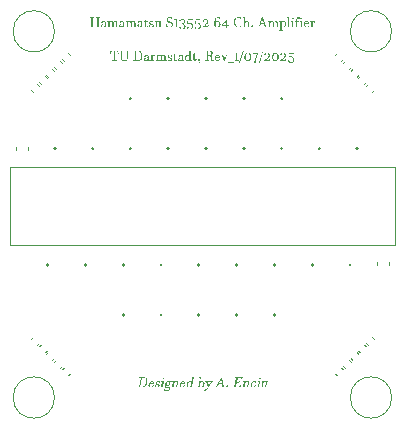
<source format=gbr>
%TF.GenerationSoftware,KiCad,Pcbnew,9.0.6*%
%TF.CreationDate,2025-11-12T11:45:24+01:00*%
%TF.ProjectId,S13552_64Ch_Adapter_BGA2803_V2,53313335-3532-45f3-9634-43685f416461,1*%
%TF.SameCoordinates,Original*%
%TF.FileFunction,Legend,Top*%
%TF.FilePolarity,Positive*%
%FSLAX46Y46*%
G04 Gerber Fmt 4.6, Leading zero omitted, Abs format (unit mm)*
G04 Created by KiCad (PCBNEW 9.0.6) date 2025-11-12 11:45:24*
%MOMM*%
%LPD*%
G01*
G04 APERTURE LIST*
%ADD10C,0.100000*%
%ADD11C,0.150000*%
%ADD12C,0.175000*%
%ADD13C,0.120000*%
G04 APERTURE END LIST*
D10*
X116629999Y-76167098D02*
G75*
G02*
X113129999Y-76167098I-1750000J0D01*
G01*
X113129999Y-76167098D02*
G75*
G02*
X116629999Y-76167098I1750000J0D01*
G01*
X88090000Y-76167098D02*
G75*
G02*
X84590000Y-76167098I-1750000J0D01*
G01*
X84590000Y-76167098D02*
G75*
G02*
X88090000Y-76167098I1750000J0D01*
G01*
X88090000Y-45167114D02*
G75*
G02*
X84590000Y-45167114I-1750000J0D01*
G01*
X84590000Y-45167114D02*
G75*
G02*
X88090000Y-45167114I1750000J0D01*
G01*
X116630000Y-45167114D02*
G75*
G02*
X113130000Y-45167114I-1750000J0D01*
G01*
X113130000Y-45167114D02*
G75*
G02*
X116630000Y-45167114I1750000J0D01*
G01*
D11*
G36*
X91204443Y-44755354D02*
G01*
X91204443Y-44004649D01*
X91088287Y-44004649D01*
X91088287Y-43958145D01*
X91433796Y-43958145D01*
X91433796Y-44004649D01*
X91317640Y-44004649D01*
X91317640Y-44343463D01*
X91706124Y-44343463D01*
X91706124Y-44004649D01*
X91589968Y-44004649D01*
X91589968Y-43958145D01*
X91935477Y-43958145D01*
X91935477Y-44004649D01*
X91819321Y-44004649D01*
X91819321Y-44755354D01*
X91935477Y-44755354D01*
X91935477Y-44801858D01*
X91589968Y-44801858D01*
X91589968Y-44755354D01*
X91706124Y-44755354D01*
X91706124Y-44389966D01*
X91317640Y-44389966D01*
X91317640Y-44755354D01*
X91433796Y-44755354D01*
X91433796Y-44801858D01*
X91088287Y-44801858D01*
X91088287Y-44755354D01*
X91204443Y-44755354D01*
G37*
G36*
X92297606Y-44292476D02*
G01*
X92331123Y-44298464D01*
X92361308Y-44309514D01*
X92385671Y-44325505D01*
X92405002Y-44347114D01*
X92419356Y-44375797D01*
X92427627Y-44409292D01*
X92430722Y-44453753D01*
X92430411Y-44491849D01*
X92429528Y-44550290D01*
X92428646Y-44615167D01*
X92428386Y-44672986D01*
X92429528Y-44715805D01*
X92435341Y-44743105D01*
X92441244Y-44751904D01*
X92449303Y-44757637D01*
X92475409Y-44761997D01*
X92513765Y-44758520D01*
X92513765Y-44801858D01*
X92468454Y-44807619D01*
X92435341Y-44808812D01*
X92384530Y-44803882D01*
X92365925Y-44797609D01*
X92352870Y-44789764D01*
X92342839Y-44779422D01*
X92336053Y-44767187D01*
X92329670Y-44737655D01*
X92326763Y-44737655D01*
X92309636Y-44758926D01*
X92291937Y-44776062D01*
X92253011Y-44801027D01*
X92211490Y-44814366D01*
X92168826Y-44818466D01*
X92134581Y-44815953D01*
X92105558Y-44808864D01*
X92079480Y-44797140D01*
X92058484Y-44781927D01*
X92041663Y-44762839D01*
X92029471Y-44740406D01*
X92022142Y-44715439D01*
X92019609Y-44687259D01*
X92021164Y-44675321D01*
X92128188Y-44675321D01*
X92133461Y-44716843D01*
X92147028Y-44743001D01*
X92169050Y-44759555D01*
X92199033Y-44765319D01*
X92217418Y-44763566D01*
X92239361Y-44757793D01*
X92260808Y-44747980D01*
X92281453Y-44733088D01*
X92299208Y-44713729D01*
X92314255Y-44688089D01*
X92323813Y-44658179D01*
X92327334Y-44619008D01*
X92327334Y-44562695D01*
X92267125Y-44566270D01*
X92225140Y-44572297D01*
X92188902Y-44582365D01*
X92164778Y-44594355D01*
X92146454Y-44610483D01*
X92135713Y-44628921D01*
X92130159Y-44650120D01*
X92128188Y-44675321D01*
X92021164Y-44675321D01*
X92024537Y-44649434D01*
X92038839Y-44617157D01*
X92062970Y-44589041D01*
X92098863Y-44564511D01*
X92153527Y-44542537D01*
X92227950Y-44526824D01*
X92327334Y-44519513D01*
X92328216Y-44471867D01*
X92328528Y-44430034D01*
X92325561Y-44394879D01*
X92317904Y-44370881D01*
X92306729Y-44354985D01*
X92290826Y-44343732D01*
X92268601Y-44336295D01*
X92237959Y-44333497D01*
X92207514Y-44335367D01*
X92181854Y-44340608D01*
X92158751Y-44349228D01*
X92141526Y-44359552D01*
X92153874Y-44373868D01*
X92162131Y-44388306D01*
X92168826Y-44418253D01*
X92164820Y-44441321D01*
X92153152Y-44459774D01*
X92135076Y-44471994D01*
X92110178Y-44476331D01*
X92087549Y-44472801D01*
X92068345Y-44461642D01*
X92055318Y-44442595D01*
X92050387Y-44415865D01*
X92053579Y-44392433D01*
X92063414Y-44369258D01*
X92079250Y-44348340D01*
X92102341Y-44329034D01*
X92130355Y-44313654D01*
X92166802Y-44300903D01*
X92207181Y-44293142D01*
X92257111Y-44290315D01*
X92297606Y-44292476D01*
G37*
G36*
X92763048Y-44755354D02*
G01*
X92841471Y-44755354D01*
X92841471Y-44801858D01*
X92571427Y-44801858D01*
X92571427Y-44755354D01*
X92658518Y-44755354D01*
X92658518Y-44353428D01*
X92571427Y-44353428D01*
X92571427Y-44306924D01*
X92763048Y-44306924D01*
X92763048Y-44390433D01*
X92765384Y-44390433D01*
X92783115Y-44360067D01*
X92803976Y-44335565D01*
X92828081Y-44316214D01*
X92855563Y-44302334D01*
X92888983Y-44293489D01*
X92929704Y-44290315D01*
X92971866Y-44293838D01*
X93004679Y-44303455D01*
X93030134Y-44318290D01*
X93050676Y-44339242D01*
X93066647Y-44367361D01*
X93077779Y-44404395D01*
X93080115Y-44404395D01*
X93098302Y-44368727D01*
X93119871Y-44340673D01*
X93144836Y-44319121D01*
X93173825Y-44303608D01*
X93208695Y-44293810D01*
X93250819Y-44290315D01*
X93301426Y-44295500D01*
X93339195Y-44309540D01*
X93367235Y-44331369D01*
X93387538Y-44360919D01*
X93400534Y-44399160D01*
X93405278Y-44448615D01*
X93405278Y-44755354D01*
X93489463Y-44755354D01*
X93489463Y-44801858D01*
X93222377Y-44801858D01*
X93222377Y-44755354D01*
X93300749Y-44755354D01*
X93300749Y-44432941D01*
X93298037Y-44403000D01*
X93290803Y-44381095D01*
X93279832Y-44365261D01*
X93255488Y-44349257D01*
X93220613Y-44343463D01*
X93193512Y-44346595D01*
X93168036Y-44355971D01*
X93145246Y-44371480D01*
X93124491Y-44394586D01*
X93108186Y-44423230D01*
X93094907Y-44461435D01*
X93087053Y-44504062D01*
X93084163Y-44557816D01*
X93084163Y-44755354D01*
X93162535Y-44755354D01*
X93162535Y-44801858D01*
X92901262Y-44801858D01*
X92901262Y-44755354D01*
X92979633Y-44755354D01*
X92979633Y-44432370D01*
X92976933Y-44402823D01*
X92969710Y-44381084D01*
X92958717Y-44365261D01*
X92934409Y-44349261D01*
X92899497Y-44343463D01*
X92872397Y-44346595D01*
X92846921Y-44355971D01*
X92824131Y-44371480D01*
X92803376Y-44394586D01*
X92787071Y-44423230D01*
X92773792Y-44461435D01*
X92765937Y-44504062D01*
X92763048Y-44557816D01*
X92763048Y-44755354D01*
G37*
G36*
X93840537Y-44292476D02*
G01*
X93874054Y-44298464D01*
X93904239Y-44309514D01*
X93928602Y-44325505D01*
X93947933Y-44347114D01*
X93962286Y-44375797D01*
X93970558Y-44409292D01*
X93973653Y-44453753D01*
X93973341Y-44491849D01*
X93972459Y-44550290D01*
X93971577Y-44615167D01*
X93971317Y-44672986D01*
X93972459Y-44715805D01*
X93978272Y-44743105D01*
X93984175Y-44751904D01*
X93992234Y-44757637D01*
X94018340Y-44761997D01*
X94056695Y-44758520D01*
X94056695Y-44801858D01*
X94011385Y-44807619D01*
X93978272Y-44808812D01*
X93927460Y-44803882D01*
X93908856Y-44797609D01*
X93895800Y-44789764D01*
X93885770Y-44779422D01*
X93878984Y-44767187D01*
X93872600Y-44737655D01*
X93869694Y-44737655D01*
X93852566Y-44758926D01*
X93834868Y-44776062D01*
X93795942Y-44801027D01*
X93754421Y-44814366D01*
X93711757Y-44818466D01*
X93677512Y-44815953D01*
X93648489Y-44808864D01*
X93622411Y-44797140D01*
X93601415Y-44781927D01*
X93584594Y-44762839D01*
X93572402Y-44740406D01*
X93565073Y-44715439D01*
X93562540Y-44687259D01*
X93564095Y-44675321D01*
X93671118Y-44675321D01*
X93676392Y-44716843D01*
X93689959Y-44743001D01*
X93711981Y-44759555D01*
X93741964Y-44765319D01*
X93760349Y-44763566D01*
X93782292Y-44757793D01*
X93803739Y-44747980D01*
X93824384Y-44733088D01*
X93842139Y-44713729D01*
X93857186Y-44688089D01*
X93866744Y-44658179D01*
X93870265Y-44619008D01*
X93870265Y-44562695D01*
X93810055Y-44566270D01*
X93768071Y-44572297D01*
X93731833Y-44582365D01*
X93707709Y-44594355D01*
X93689385Y-44610483D01*
X93678644Y-44628921D01*
X93673090Y-44650120D01*
X93671118Y-44675321D01*
X93564095Y-44675321D01*
X93567468Y-44649434D01*
X93581770Y-44617157D01*
X93605901Y-44589041D01*
X93641794Y-44564511D01*
X93696458Y-44542537D01*
X93770881Y-44526824D01*
X93870265Y-44519513D01*
X93871147Y-44471867D01*
X93871459Y-44430034D01*
X93868492Y-44394879D01*
X93860835Y-44370881D01*
X93849660Y-44354985D01*
X93833757Y-44343732D01*
X93811532Y-44336295D01*
X93780890Y-44333497D01*
X93750445Y-44335367D01*
X93724785Y-44340608D01*
X93701682Y-44349228D01*
X93684457Y-44359552D01*
X93696805Y-44373868D01*
X93705062Y-44388306D01*
X93711757Y-44418253D01*
X93707751Y-44441321D01*
X93696083Y-44459774D01*
X93678007Y-44471994D01*
X93653109Y-44476331D01*
X93630479Y-44472801D01*
X93611276Y-44461642D01*
X93598249Y-44442595D01*
X93593318Y-44415865D01*
X93596510Y-44392433D01*
X93606345Y-44369258D01*
X93622181Y-44348340D01*
X93645271Y-44329034D01*
X93673286Y-44313654D01*
X93709733Y-44300903D01*
X93750112Y-44293142D01*
X93800042Y-44290315D01*
X93840537Y-44292476D01*
G37*
G36*
X94305979Y-44755354D02*
G01*
X94384402Y-44755354D01*
X94384402Y-44801858D01*
X94114358Y-44801858D01*
X94114358Y-44755354D01*
X94201449Y-44755354D01*
X94201449Y-44353428D01*
X94114358Y-44353428D01*
X94114358Y-44306924D01*
X94305979Y-44306924D01*
X94305979Y-44390433D01*
X94308314Y-44390433D01*
X94326046Y-44360067D01*
X94346907Y-44335565D01*
X94371012Y-44316214D01*
X94398494Y-44302334D01*
X94431914Y-44293489D01*
X94472635Y-44290315D01*
X94514797Y-44293838D01*
X94547609Y-44303455D01*
X94573065Y-44318290D01*
X94593606Y-44339242D01*
X94609578Y-44367361D01*
X94620710Y-44404395D01*
X94623046Y-44404395D01*
X94641233Y-44368727D01*
X94662802Y-44340673D01*
X94687767Y-44319121D01*
X94716756Y-44303608D01*
X94751626Y-44293810D01*
X94793750Y-44290315D01*
X94844357Y-44295500D01*
X94882126Y-44309540D01*
X94910165Y-44331369D01*
X94930469Y-44360919D01*
X94943465Y-44399160D01*
X94948209Y-44448615D01*
X94948209Y-44755354D01*
X95032394Y-44755354D01*
X95032394Y-44801858D01*
X94765308Y-44801858D01*
X94765308Y-44755354D01*
X94843680Y-44755354D01*
X94843680Y-44432941D01*
X94840968Y-44403000D01*
X94833734Y-44381095D01*
X94822763Y-44365261D01*
X94798419Y-44349257D01*
X94763543Y-44343463D01*
X94736443Y-44346595D01*
X94710967Y-44355971D01*
X94688177Y-44371480D01*
X94667422Y-44394586D01*
X94651117Y-44423230D01*
X94637838Y-44461435D01*
X94629984Y-44504062D01*
X94627094Y-44557816D01*
X94627094Y-44755354D01*
X94705466Y-44755354D01*
X94705466Y-44801858D01*
X94444193Y-44801858D01*
X94444193Y-44755354D01*
X94522564Y-44755354D01*
X94522564Y-44432370D01*
X94519864Y-44402823D01*
X94512641Y-44381084D01*
X94501648Y-44365261D01*
X94477340Y-44349261D01*
X94442428Y-44343463D01*
X94415328Y-44346595D01*
X94389852Y-44355971D01*
X94367062Y-44371480D01*
X94346306Y-44394586D01*
X94330002Y-44423230D01*
X94316723Y-44461435D01*
X94308868Y-44504062D01*
X94305979Y-44557816D01*
X94305979Y-44755354D01*
G37*
G36*
X95383468Y-44292476D02*
G01*
X95416985Y-44298464D01*
X95447170Y-44309514D01*
X95471533Y-44325505D01*
X95490864Y-44347114D01*
X95505217Y-44375797D01*
X95513489Y-44409292D01*
X95516584Y-44453753D01*
X95516272Y-44491849D01*
X95515390Y-44550290D01*
X95514508Y-44615167D01*
X95514248Y-44672986D01*
X95515390Y-44715805D01*
X95521203Y-44743105D01*
X95527106Y-44751904D01*
X95535165Y-44757637D01*
X95561271Y-44761997D01*
X95599626Y-44758520D01*
X95599626Y-44801858D01*
X95554316Y-44807619D01*
X95521203Y-44808812D01*
X95470391Y-44803882D01*
X95451786Y-44797609D01*
X95438731Y-44789764D01*
X95428701Y-44779422D01*
X95421915Y-44767187D01*
X95415531Y-44737655D01*
X95412625Y-44737655D01*
X95395497Y-44758926D01*
X95377799Y-44776062D01*
X95338873Y-44801027D01*
X95297351Y-44814366D01*
X95254688Y-44818466D01*
X95220443Y-44815953D01*
X95191420Y-44808864D01*
X95165342Y-44797140D01*
X95144345Y-44781927D01*
X95127525Y-44762839D01*
X95115333Y-44740406D01*
X95108004Y-44715439D01*
X95105471Y-44687259D01*
X95107026Y-44675321D01*
X95214049Y-44675321D01*
X95219323Y-44716843D01*
X95232890Y-44743001D01*
X95254912Y-44759555D01*
X95284895Y-44765319D01*
X95303280Y-44763566D01*
X95325223Y-44757793D01*
X95346670Y-44747980D01*
X95367315Y-44733088D01*
X95385070Y-44713729D01*
X95400117Y-44688089D01*
X95409675Y-44658179D01*
X95413196Y-44619008D01*
X95413196Y-44562695D01*
X95352986Y-44566270D01*
X95311002Y-44572297D01*
X95274764Y-44582365D01*
X95250640Y-44594355D01*
X95232316Y-44610483D01*
X95221575Y-44628921D01*
X95216021Y-44650120D01*
X95214049Y-44675321D01*
X95107026Y-44675321D01*
X95110399Y-44649434D01*
X95124701Y-44617157D01*
X95148832Y-44589041D01*
X95184725Y-44564511D01*
X95239389Y-44542537D01*
X95313812Y-44526824D01*
X95413196Y-44519513D01*
X95414078Y-44471867D01*
X95414390Y-44430034D01*
X95411423Y-44394879D01*
X95403766Y-44370881D01*
X95392591Y-44354985D01*
X95376688Y-44343732D01*
X95354462Y-44336295D01*
X95323821Y-44333497D01*
X95293376Y-44335367D01*
X95267716Y-44340608D01*
X95244613Y-44349228D01*
X95227388Y-44359552D01*
X95239736Y-44373868D01*
X95247993Y-44388306D01*
X95254688Y-44418253D01*
X95250682Y-44441321D01*
X95239014Y-44459774D01*
X95220938Y-44471994D01*
X95196039Y-44476331D01*
X95173410Y-44472801D01*
X95154207Y-44461642D01*
X95141180Y-44442595D01*
X95136249Y-44415865D01*
X95139440Y-44392433D01*
X95149276Y-44369258D01*
X95165112Y-44348340D01*
X95188202Y-44329034D01*
X95216217Y-44313654D01*
X95252664Y-44300903D01*
X95293043Y-44293142D01*
X95342973Y-44290315D01*
X95383468Y-44292476D01*
G37*
G36*
X96026621Y-44685909D02*
G01*
X96012888Y-44729809D01*
X95995498Y-44762499D01*
X95974927Y-44786235D01*
X95949129Y-44803540D01*
X95916650Y-44814505D01*
X95875639Y-44818466D01*
X95843519Y-44816335D01*
X95816108Y-44810317D01*
X95791444Y-44799663D01*
X95771109Y-44784470D01*
X95754942Y-44764625D01*
X95742667Y-44739108D01*
X95735467Y-44709827D01*
X95732806Y-44672000D01*
X95732806Y-44353428D01*
X95645715Y-44353428D01*
X95645715Y-44306924D01*
X95732806Y-44306924D01*
X95732806Y-44194713D01*
X95837284Y-44177377D01*
X95837284Y-44306924D01*
X95988266Y-44306924D01*
X95988266Y-44353428D01*
X95837284Y-44353428D01*
X95837284Y-44684248D01*
X95841644Y-44723123D01*
X95854152Y-44746946D01*
X95873304Y-44758831D01*
X95898268Y-44761997D01*
X95930188Y-44756547D01*
X95953699Y-44739783D01*
X95971138Y-44711808D01*
X95984788Y-44673142D01*
X96006275Y-44677813D01*
X96026621Y-44685909D01*
G37*
G36*
X96422319Y-44469687D02*
G01*
X96417482Y-44433772D01*
X96409810Y-44406212D01*
X96398280Y-44382216D01*
X96384015Y-44364119D01*
X96366210Y-44350239D01*
X96344830Y-44340712D01*
X96320918Y-44335399D01*
X96292253Y-44333497D01*
X96250421Y-44337805D01*
X96217307Y-44351040D01*
X96204907Y-44361352D01*
X96195561Y-44374396D01*
X96189787Y-44389763D01*
X96187723Y-44408910D01*
X96189687Y-44428153D01*
X96194990Y-44442439D01*
X96204181Y-44454412D01*
X96218813Y-44465743D01*
X96261164Y-44485258D01*
X96324796Y-44507420D01*
X96384586Y-44529582D01*
X96412959Y-44542821D01*
X96437733Y-44558698D01*
X96459037Y-44578061D01*
X96475725Y-44600946D01*
X96486425Y-44627587D01*
X96490258Y-44661256D01*
X96485588Y-44699594D01*
X96472248Y-44731375D01*
X96451378Y-44758498D01*
X96424602Y-44780474D01*
X96393375Y-44797122D01*
X96357286Y-44809124D01*
X96319186Y-44816122D01*
X96280056Y-44818466D01*
X96235629Y-44816130D01*
X96189177Y-44809695D01*
X96145631Y-44800041D01*
X96109352Y-44788674D01*
X96105304Y-44619164D01*
X96145372Y-44619164D01*
X96150225Y-44661705D01*
X96157828Y-44693746D01*
X96169716Y-44721577D01*
X96184557Y-44741963D01*
X96203478Y-44757401D01*
X96226338Y-44767706D01*
X96252217Y-44773265D01*
X96284157Y-44775284D01*
X96330297Y-44770924D01*
X96350469Y-44765060D01*
X96367147Y-44756859D01*
X96381169Y-44745652D01*
X96391801Y-44731427D01*
X96398460Y-44714475D01*
X96400831Y-44693383D01*
X96398957Y-44675209D01*
X96393877Y-44661619D01*
X96385205Y-44650049D01*
X96371818Y-44639146D01*
X96332892Y-44620461D01*
X96276008Y-44600012D01*
X96212429Y-44575826D01*
X96183369Y-44561744D01*
X96158710Y-44545515D01*
X96137777Y-44525847D01*
X96121549Y-44502645D01*
X96111324Y-44475658D01*
X96107639Y-44441349D01*
X96111884Y-44403923D01*
X96123884Y-44373358D01*
X96142831Y-44347221D01*
X96167119Y-44326179D01*
X96195763Y-44310283D01*
X96229245Y-44298983D01*
X96264848Y-44292504D01*
X96302115Y-44290315D01*
X96342183Y-44292339D01*
X96383704Y-44297841D01*
X96423201Y-44305678D01*
X96457768Y-44314034D01*
X96461816Y-44469687D01*
X96422319Y-44469687D01*
G37*
G36*
X96968168Y-44353428D02*
G01*
X96883983Y-44353428D01*
X96883983Y-44306924D01*
X97072698Y-44306924D01*
X97072698Y-44755354D01*
X97159789Y-44755354D01*
X97159789Y-44801858D01*
X96968168Y-44801858D01*
X96968168Y-44727794D01*
X96965884Y-44727794D01*
X96936485Y-44769034D01*
X96902564Y-44796408D01*
X96876491Y-44808154D01*
X96844425Y-44815729D01*
X96805041Y-44818466D01*
X96751135Y-44813309D01*
X96711109Y-44799425D01*
X96681619Y-44778087D01*
X96660068Y-44748682D01*
X96646316Y-44710339D01*
X96641292Y-44660374D01*
X96641292Y-44353428D01*
X96557107Y-44353428D01*
X96557107Y-44306924D01*
X96745770Y-44306924D01*
X96745770Y-44677138D01*
X96748629Y-44707704D01*
X96756183Y-44729473D01*
X96767568Y-44744714D01*
X96792840Y-44759749D01*
X96830006Y-44765319D01*
X96857765Y-44762621D01*
X96883672Y-44754627D01*
X96907031Y-44740741D01*
X96927788Y-44719593D01*
X96944104Y-44692650D01*
X96957424Y-44655910D01*
X96965236Y-44614201D01*
X96968168Y-44559217D01*
X96968168Y-44353428D01*
G37*
G36*
X97560780Y-44549408D02*
G01*
X97601419Y-44549408D01*
X97611547Y-44612712D01*
X97626955Y-44660218D01*
X97649046Y-44701036D01*
X97674289Y-44730804D01*
X97704561Y-44753198D01*
X97738751Y-44767810D01*
X97775788Y-44775860D01*
X97815669Y-44778606D01*
X97862440Y-44775310D01*
X97898971Y-44766357D01*
X97931050Y-44751316D01*
X97955907Y-44732154D01*
X97975153Y-44708159D01*
X97988398Y-44679577D01*
X97995945Y-44647915D01*
X97998570Y-44612105D01*
X97994478Y-44569210D01*
X97983467Y-44537367D01*
X97965460Y-44510224D01*
X97941375Y-44487334D01*
X97912436Y-44468473D01*
X97876654Y-44451574D01*
X97793611Y-44420121D01*
X97707351Y-44385814D01*
X97668480Y-44365362D01*
X97635104Y-44341023D01*
X97607124Y-44311418D01*
X97585434Y-44275575D01*
X97572089Y-44233975D01*
X97567164Y-44179246D01*
X97571639Y-44126976D01*
X97584551Y-44080789D01*
X97606284Y-44039290D01*
X97636245Y-44004597D01*
X97673893Y-43976976D01*
X97721312Y-43955602D01*
X97774548Y-43942818D01*
X97839492Y-43938215D01*
X97894612Y-43940810D01*
X97951236Y-43948647D01*
X98006719Y-43961103D01*
X98058413Y-43977037D01*
X98065368Y-44187342D01*
X98024729Y-44187342D01*
X98015716Y-44128112D01*
X98001477Y-44085460D01*
X97980839Y-44049414D01*
X97957620Y-44023801D01*
X97930215Y-44004897D01*
X97900165Y-43993127D01*
X97868190Y-43986825D01*
X97835444Y-43984719D01*
X97792924Y-43987584D01*
X97758733Y-43995462D01*
X97728479Y-44008770D01*
X97704755Y-44026136D01*
X97686039Y-44048118D01*
X97672525Y-44074716D01*
X97664574Y-44104530D01*
X97661781Y-44139230D01*
X97665841Y-44179952D01*
X97676884Y-44210802D01*
X97694930Y-44237139D01*
X97719547Y-44259953D01*
X97749092Y-44278987D01*
X97785774Y-44296595D01*
X97870841Y-44330072D01*
X97954143Y-44364690D01*
X97993158Y-44385488D01*
X98027324Y-44410623D01*
X98056243Y-44441199D01*
X98079277Y-44478666D01*
X98093736Y-44522130D01*
X98099052Y-44579044D01*
X98093843Y-44634953D01*
X98079018Y-44682432D01*
X98054552Y-44724165D01*
X98021511Y-44758468D01*
X97980803Y-44785166D01*
X97930060Y-44805491D01*
X97874036Y-44817518D01*
X97808143Y-44821788D01*
X97746848Y-44818881D01*
X97684151Y-44810162D01*
X97623478Y-44796823D01*
X97568306Y-44779384D01*
X97560780Y-44549408D01*
G37*
G36*
X98441862Y-44134195D02*
G01*
X98441862Y-44755354D01*
X98569592Y-44755354D01*
X98569592Y-44801858D01*
X98206696Y-44801858D01*
X98206696Y-44755354D01*
X98334426Y-44755354D01*
X98334426Y-44180699D01*
X98195070Y-44180699D01*
X98195070Y-44134195D01*
X98441862Y-44134195D01*
G37*
G36*
X98789914Y-44560100D02*
G01*
X98787008Y-44537004D01*
X98786437Y-44514011D01*
X98851151Y-44506005D01*
X98903053Y-44493213D01*
X98944262Y-44476523D01*
X98976604Y-44456504D01*
X99003815Y-44430055D01*
X99023443Y-44397876D01*
X99035780Y-44358783D01*
X99040184Y-44311024D01*
X99036853Y-44269259D01*
X99027987Y-44238414D01*
X99013459Y-44212296D01*
X98995756Y-44193311D01*
X98974338Y-44179384D01*
X98949875Y-44170474D01*
X98896157Y-44164091D01*
X98861787Y-44166413D01*
X98825623Y-44173589D01*
X98791066Y-44186370D01*
X98760278Y-44205560D01*
X98774669Y-44221491D01*
X98784413Y-44238154D01*
X98790358Y-44255786D01*
X98792250Y-44272409D01*
X98787579Y-44295765D01*
X98774811Y-44315643D01*
X98754777Y-44329190D01*
X98728930Y-44334068D01*
X98705989Y-44330591D01*
X98683931Y-44319276D01*
X98667375Y-44298671D01*
X98662710Y-44284910D01*
X98660991Y-44266752D01*
X98665099Y-44238564D01*
X98677807Y-44210750D01*
X98697854Y-44185868D01*
X98726335Y-44163156D01*
X98760251Y-44145024D01*
X98802682Y-44130095D01*
X98849005Y-44120861D01*
X98903164Y-44117587D01*
X98962626Y-44121646D01*
X99012261Y-44133002D01*
X99057090Y-44151514D01*
X99092708Y-44174471D01*
X99121805Y-44203098D01*
X99142638Y-44235715D01*
X99155457Y-44271920D01*
X99159765Y-44310816D01*
X99156539Y-44344806D01*
X99146997Y-44376420D01*
X99131663Y-44405804D01*
X99110718Y-44433252D01*
X99085105Y-44457761D01*
X99053522Y-44480535D01*
X99018436Y-44500099D01*
X98978628Y-44517385D01*
X98978628Y-44520862D01*
X99018330Y-44531501D01*
X99055858Y-44547021D01*
X99090342Y-44567565D01*
X99120008Y-44592850D01*
X99144656Y-44623003D01*
X99163865Y-44658453D01*
X99175925Y-44697728D01*
X99180111Y-44742638D01*
X99175287Y-44790167D01*
X99160959Y-44834607D01*
X99137388Y-44874978D01*
X99104334Y-44910384D01*
X99063376Y-44939052D01*
X99011690Y-44962078D01*
X98954052Y-44976182D01*
X98884583Y-44981229D01*
X98823724Y-44977401D01*
X98775953Y-44967008D01*
X98733421Y-44950282D01*
X98701370Y-44930989D01*
X98675362Y-44907545D01*
X98658396Y-44883395D01*
X98647985Y-44857458D01*
X98644745Y-44833777D01*
X98649676Y-44805335D01*
X98664209Y-44781875D01*
X98686838Y-44765890D01*
X98716733Y-44760077D01*
X98742320Y-44764125D01*
X98764067Y-44776530D01*
X98779482Y-44797550D01*
X98783761Y-44810961D01*
X98785295Y-44827497D01*
X98783176Y-44847198D01*
X98776835Y-44865852D01*
X98766103Y-44882529D01*
X98749846Y-44897253D01*
X98781766Y-44916560D01*
X98816903Y-44927771D01*
X98851418Y-44933272D01*
X98882247Y-44934726D01*
X98943180Y-44928342D01*
X98973166Y-44918758D01*
X99000375Y-44902754D01*
X99023392Y-44880121D01*
X99043038Y-44847583D01*
X99055233Y-44808284D01*
X99059906Y-44752343D01*
X99056626Y-44707435D01*
X99047398Y-44669612D01*
X99031320Y-44635915D01*
X99008524Y-44608316D01*
X98979178Y-44586723D01*
X98941156Y-44570273D01*
X98898112Y-44560699D01*
X98843892Y-44557193D01*
X98817785Y-44558076D01*
X98789914Y-44560100D01*
G37*
G36*
X99390675Y-44525170D02*
G01*
X99367958Y-44523117D01*
X99346559Y-44517021D01*
X99369811Y-44134195D01*
X99786685Y-44134195D01*
X99780872Y-44230525D01*
X99414498Y-44230525D01*
X99399395Y-44463148D01*
X99401730Y-44464289D01*
X99438998Y-44448825D01*
X99477195Y-44438183D01*
X99516000Y-44431881D01*
X99553283Y-44429827D01*
X99612621Y-44435017D01*
X99666480Y-44450172D01*
X99715483Y-44474761D01*
X99756478Y-44506901D01*
X99790039Y-44546460D01*
X99815698Y-44593265D01*
X99831700Y-44645048D01*
X99837185Y-44702622D01*
X99832214Y-44757293D01*
X99817462Y-44808760D01*
X99792977Y-44856050D01*
X99758813Y-44897460D01*
X99715928Y-44931437D01*
X99661861Y-44958548D01*
X99622513Y-44970808D01*
X99577866Y-44978523D01*
X99527125Y-44981229D01*
X99467975Y-44977406D01*
X99421453Y-44967008D01*
X99380048Y-44950303D01*
X99348895Y-44931041D01*
X99323671Y-44907646D01*
X99307062Y-44883447D01*
X99296892Y-44857533D01*
X99293723Y-44833881D01*
X99298654Y-44805439D01*
X99313134Y-44781979D01*
X99335815Y-44765993D01*
X99365711Y-44760181D01*
X99391246Y-44764229D01*
X99413045Y-44776581D01*
X99428408Y-44797653D01*
X99432687Y-44811065D01*
X99434221Y-44827601D01*
X99431986Y-44847269D01*
X99425242Y-44866164D01*
X99414047Y-44883091D01*
X99397682Y-44897875D01*
X99428979Y-44916560D01*
X99462403Y-44927823D01*
X99494634Y-44933272D01*
X99522505Y-44934726D01*
X99567764Y-44930937D01*
X99612503Y-44917650D01*
X99633247Y-44906540D01*
X99653142Y-44891907D01*
X99670803Y-44873926D01*
X99686514Y-44851112D01*
X99698914Y-44824927D01*
X99708884Y-44792411D01*
X99714858Y-44756819D01*
X99717033Y-44713106D01*
X99712437Y-44650764D01*
X99700165Y-44604060D01*
X99680120Y-44563831D01*
X99656048Y-44534357D01*
X99626695Y-44512009D01*
X99593611Y-44497299D01*
X99558090Y-44489041D01*
X99521934Y-44486296D01*
X99482912Y-44488992D01*
X99448442Y-44496728D01*
X99416803Y-44509307D01*
X99390675Y-44525170D01*
G37*
G36*
X100047542Y-44525170D02*
G01*
X100024825Y-44523117D01*
X100003426Y-44517021D01*
X100026678Y-44134195D01*
X100443551Y-44134195D01*
X100437738Y-44230525D01*
X100071365Y-44230525D01*
X100056261Y-44463148D01*
X100058597Y-44464289D01*
X100095864Y-44448825D01*
X100134062Y-44438183D01*
X100172866Y-44431881D01*
X100210150Y-44429827D01*
X100269488Y-44435017D01*
X100323347Y-44450172D01*
X100372350Y-44474761D01*
X100413345Y-44506901D01*
X100446906Y-44546460D01*
X100472564Y-44593265D01*
X100488566Y-44645048D01*
X100494052Y-44702622D01*
X100489081Y-44757293D01*
X100474329Y-44808760D01*
X100449843Y-44856050D01*
X100415680Y-44897460D01*
X100372795Y-44931437D01*
X100318728Y-44958548D01*
X100279380Y-44970808D01*
X100234733Y-44978523D01*
X100183991Y-44981229D01*
X100124842Y-44977406D01*
X100078320Y-44967008D01*
X100036915Y-44950303D01*
X100005761Y-44931041D01*
X99980538Y-44907646D01*
X99963929Y-44883447D01*
X99953758Y-44857533D01*
X99950590Y-44833881D01*
X99955520Y-44805439D01*
X99970001Y-44781979D01*
X99992682Y-44765993D01*
X100022577Y-44760181D01*
X100048113Y-44764229D01*
X100069912Y-44776581D01*
X100085274Y-44797653D01*
X100089554Y-44811065D01*
X100091087Y-44827601D01*
X100088852Y-44847269D01*
X100082108Y-44866164D01*
X100070914Y-44883091D01*
X100054549Y-44897875D01*
X100085845Y-44916560D01*
X100119270Y-44927823D01*
X100151501Y-44933272D01*
X100179372Y-44934726D01*
X100224630Y-44930937D01*
X100269369Y-44917650D01*
X100290114Y-44906540D01*
X100310008Y-44891907D01*
X100327670Y-44873926D01*
X100343381Y-44851112D01*
X100355781Y-44824927D01*
X100365751Y-44792411D01*
X100371725Y-44756819D01*
X100373899Y-44713106D01*
X100369304Y-44650764D01*
X100357031Y-44604060D01*
X100336987Y-44563831D01*
X100312915Y-44534357D01*
X100283562Y-44512009D01*
X100250477Y-44497299D01*
X100214957Y-44489041D01*
X100178801Y-44486296D01*
X100139778Y-44488992D01*
X100105309Y-44496728D01*
X100073669Y-44509307D01*
X100047542Y-44525170D01*
G37*
G36*
X100610363Y-44761893D02*
G01*
X100733733Y-44675581D01*
X100830685Y-44601154D01*
X100870774Y-44565742D01*
X100902725Y-44533370D01*
X100930383Y-44499886D01*
X100951772Y-44467352D01*
X100968432Y-44433189D01*
X100979902Y-44397855D01*
X100986605Y-44360722D01*
X100988933Y-44319328D01*
X100985765Y-44271585D01*
X100977619Y-44238517D01*
X100964028Y-44210758D01*
X100947983Y-44191598D01*
X100928438Y-44177787D01*
X100906773Y-44169592D01*
X100860633Y-44164091D01*
X100822632Y-44166897D01*
X100788282Y-44175042D01*
X100756752Y-44188888D01*
X100729373Y-44208363D01*
X100744313Y-44226068D01*
X100754909Y-44245161D01*
X100761543Y-44265241D01*
X100763628Y-44283620D01*
X100759317Y-44307688D01*
X100746501Y-44327892D01*
X100726370Y-44341355D01*
X100696883Y-44346265D01*
X100669583Y-44341957D01*
X100647525Y-44328930D01*
X100632681Y-44307495D01*
X100627179Y-44277963D01*
X100631402Y-44248569D01*
X100644566Y-44218899D01*
X100665235Y-44192021D01*
X100694236Y-44167360D01*
X100728835Y-44147451D01*
X100771777Y-44131185D01*
X100818718Y-44121138D01*
X100873400Y-44117587D01*
X100926305Y-44121155D01*
X100971494Y-44131237D01*
X101012379Y-44148151D01*
X101045247Y-44170163D01*
X101071883Y-44198083D01*
X101091387Y-44231407D01*
X101103249Y-44268929D01*
X101107373Y-44312114D01*
X101104432Y-44349699D01*
X101095747Y-44384984D01*
X101082126Y-44418720D01*
X101064139Y-44451470D01*
X101042389Y-44482446D01*
X101016493Y-44512454D01*
X100956962Y-44568767D01*
X100890216Y-44621863D01*
X100819942Y-44672674D01*
X100768300Y-44709265D01*
X100769441Y-44712172D01*
X100959920Y-44712172D01*
X101022566Y-44708383D01*
X101043894Y-44702014D01*
X101059156Y-44691618D01*
X101070500Y-44676500D01*
X101079502Y-44653782D01*
X101093463Y-44585947D01*
X101137580Y-44585947D01*
X101125383Y-44801858D01*
X100610363Y-44801858D01*
X100610363Y-44761893D01*
G37*
G36*
X101968505Y-43953769D02*
G01*
X102002935Y-43960481D01*
X102035461Y-43971435D01*
X102063037Y-43985601D01*
X102086844Y-44003707D01*
X102104870Y-44024631D01*
X102116603Y-44048770D01*
X102120544Y-44075806D01*
X102118910Y-44092888D01*
X102114420Y-44106220D01*
X102099057Y-44126410D01*
X102077829Y-44137673D01*
X102054940Y-44141150D01*
X102029319Y-44136651D01*
X102009630Y-44123711D01*
X101996605Y-44104428D01*
X101992243Y-44081308D01*
X101994019Y-44066055D01*
X101999769Y-44048765D01*
X102009134Y-44032176D01*
X102022969Y-44016171D01*
X102000599Y-44004856D01*
X101976828Y-43998161D01*
X101953888Y-43995255D01*
X101934736Y-43994684D01*
X101887402Y-43999614D01*
X101864519Y-44006833D01*
X101841832Y-44019077D01*
X101820961Y-44035879D01*
X101800311Y-44059405D01*
X101782665Y-44087786D01*
X101765745Y-44126981D01*
X101752302Y-44171173D01*
X101739950Y-44228500D01*
X101731165Y-44291092D01*
X101725106Y-44370659D01*
X101728583Y-44371230D01*
X101747965Y-44347738D01*
X101768651Y-44329916D01*
X101791203Y-44315793D01*
X101813650Y-44305471D01*
X101858649Y-44293533D01*
X101898717Y-44290315D01*
X101949029Y-44295124D01*
X101995098Y-44309259D01*
X102037045Y-44331962D01*
X102072898Y-44361939D01*
X102102320Y-44398624D01*
X102125163Y-44442335D01*
X102139455Y-44490497D01*
X102144367Y-44544218D01*
X102140097Y-44595375D01*
X102127239Y-44645530D01*
X102105900Y-44692367D01*
X102076428Y-44733451D01*
X102039019Y-44767777D01*
X101992503Y-44795162D01*
X101939646Y-44812391D01*
X101876658Y-44818466D01*
X101822655Y-44813770D01*
X101772129Y-44799885D01*
X101726180Y-44775565D01*
X101685349Y-44738641D01*
X101662992Y-44708578D01*
X101643154Y-44671505D01*
X101626077Y-44626274D01*
X101614567Y-44579309D01*
X101611149Y-44553508D01*
X101727441Y-44553508D01*
X101733825Y-44631620D01*
X101743039Y-44669657D01*
X101757337Y-44703037D01*
X101777722Y-44731971D01*
X101804671Y-44755094D01*
X101837951Y-44769863D01*
X101883042Y-44775284D01*
X101914474Y-44772412D01*
X101941691Y-44764177D01*
X101965545Y-44749547D01*
X101986119Y-44726756D01*
X102001660Y-44697561D01*
X102014250Y-44656533D01*
X102021432Y-44609916D01*
X102024163Y-44547073D01*
X102021672Y-44488181D01*
X102015132Y-44444671D01*
X102003552Y-44406337D01*
X101989025Y-44378859D01*
X101969591Y-44357435D01*
X101946622Y-44343774D01*
X101920282Y-44336170D01*
X101889426Y-44333497D01*
X101856491Y-44336175D01*
X101826106Y-44344033D01*
X101798654Y-44358100D01*
X101774724Y-44379742D01*
X101755868Y-44407943D01*
X101740209Y-44447318D01*
X101730949Y-44492513D01*
X101727441Y-44553508D01*
X101611149Y-44553508D01*
X101607046Y-44522544D01*
X101604331Y-44454376D01*
X101606583Y-44390759D01*
X101613310Y-44328100D01*
X101624773Y-44266807D01*
X101640610Y-44209920D01*
X101661374Y-44155831D01*
X101686231Y-44106843D01*
X101716116Y-44062278D01*
X101749811Y-44024994D01*
X101788468Y-43994167D01*
X101831660Y-43970965D01*
X101878965Y-43956497D01*
X101932401Y-43951502D01*
X101968505Y-43953769D01*
G37*
G36*
X102715648Y-44645737D02*
G01*
X102849191Y-44645737D01*
X102844571Y-44722137D01*
X102715648Y-44722137D01*
X102715648Y-44904830D01*
X102608212Y-44904830D01*
X102608212Y-44722137D01*
X102254606Y-44722137D01*
X102254606Y-44672986D01*
X102274876Y-44645737D01*
X102335313Y-44645737D01*
X102608212Y-44645737D01*
X102608212Y-44282426D01*
X102605876Y-44281855D01*
X102335313Y-44645737D01*
X102274876Y-44645737D01*
X102662812Y-44124230D01*
X102715648Y-44124230D01*
X102715648Y-44645737D01*
G37*
G36*
X103917793Y-44549408D02*
G01*
X103909644Y-44779384D01*
X103849542Y-44797083D01*
X103784198Y-44810421D01*
X103718906Y-44818881D01*
X103658804Y-44821788D01*
X103600179Y-44818265D01*
X103547092Y-44808072D01*
X103498791Y-44791581D01*
X103453479Y-44768395D01*
X103413387Y-44739714D01*
X103378016Y-44705321D01*
X103348023Y-44666050D01*
X103322654Y-44620896D01*
X103301980Y-44569131D01*
X103287639Y-44515054D01*
X103278678Y-44455065D01*
X103275562Y-44388409D01*
X103278834Y-44320282D01*
X103288271Y-44258571D01*
X103303434Y-44202550D01*
X103325132Y-44148851D01*
X103351674Y-44101734D01*
X103382999Y-44060495D01*
X103419821Y-44024269D01*
X103461370Y-43994150D01*
X103508133Y-43969875D01*
X103557999Y-43952554D01*
X103612423Y-43941889D01*
X103672143Y-43938215D01*
X103726172Y-43940810D01*
X103783939Y-43948336D01*
X103842016Y-43960221D01*
X103897447Y-43975895D01*
X103904402Y-44187342D01*
X103863763Y-44187342D01*
X103854854Y-44127549D01*
X103840823Y-44084577D01*
X103820226Y-44048454D01*
X103796395Y-44022918D01*
X103767972Y-44004393D01*
X103736033Y-43992815D01*
X103701711Y-43986785D01*
X103664617Y-43984719D01*
X103626910Y-43986509D01*
X103592006Y-43991725D01*
X103558891Y-44001337D01*
X103528427Y-44016119D01*
X103500887Y-44036158D01*
X103475591Y-44062571D01*
X103454520Y-44094366D01*
X103435835Y-44136323D01*
X103421836Y-44183356D01*
X103410558Y-44242358D01*
X103403988Y-44306071D01*
X103401579Y-44384932D01*
X103403925Y-44463151D01*
X103410299Y-44525793D01*
X103421263Y-44583608D01*
X103434952Y-44629492D01*
X103453291Y-44670323D01*
X103473878Y-44701220D01*
X103498453Y-44726791D01*
X103524950Y-44745959D01*
X103554242Y-44759932D01*
X103586193Y-44768900D01*
X103619826Y-44773656D01*
X103655897Y-44775284D01*
X103699001Y-44772659D01*
X103737487Y-44765111D01*
X103772810Y-44751074D01*
X103803661Y-44729403D01*
X103829303Y-44700279D01*
X103851255Y-44660322D01*
X103866560Y-44613416D01*
X103877154Y-44549408D01*
X103917793Y-44549408D01*
G37*
G36*
X104220016Y-44755354D02*
G01*
X104298439Y-44755354D01*
X104298439Y-44801858D01*
X104028395Y-44801858D01*
X104028395Y-44755354D01*
X104115538Y-44755354D01*
X104115538Y-44004649D01*
X104028395Y-44004649D01*
X104028395Y-43958145D01*
X104220016Y-43958145D01*
X104220016Y-44383998D01*
X104222351Y-44383998D01*
X104250939Y-44343913D01*
X104286502Y-44314761D01*
X104314087Y-44301703D01*
X104347798Y-44293330D01*
X104389007Y-44290315D01*
X104441225Y-44295538D01*
X104479897Y-44309618D01*
X104508329Y-44331369D01*
X104528960Y-44360964D01*
X104542138Y-44399207D01*
X104546944Y-44448615D01*
X104546944Y-44755354D01*
X104631128Y-44755354D01*
X104631128Y-44801858D01*
X104364043Y-44801858D01*
X104364043Y-44755354D01*
X104442414Y-44755354D01*
X104442414Y-44435847D01*
X104439581Y-44403948D01*
X104432110Y-44381198D01*
X104420927Y-44365261D01*
X104405291Y-44353552D01*
X104385212Y-44346148D01*
X104359372Y-44343463D01*
X104331154Y-44346399D01*
X104305083Y-44355088D01*
X104281728Y-44369673D01*
X104260966Y-44391108D01*
X104244532Y-44417956D01*
X104231019Y-44453857D01*
X104222992Y-44494246D01*
X104220016Y-44546190D01*
X104220016Y-44755354D01*
G37*
G36*
X104825448Y-44818466D02*
G01*
X104792646Y-44812290D01*
X104766228Y-44795370D01*
X104748841Y-44769367D01*
X104744091Y-44753618D01*
X104742457Y-44735994D01*
X104744084Y-44718380D01*
X104748841Y-44702414D01*
X104766540Y-44675789D01*
X104792958Y-44658557D01*
X104825448Y-44652381D01*
X104857679Y-44658557D01*
X104883837Y-44675529D01*
X104901536Y-44701532D01*
X104906285Y-44717236D01*
X104907920Y-44734853D01*
X104906274Y-44752929D01*
X104901536Y-44768744D01*
X104883837Y-44795058D01*
X104857419Y-44812290D01*
X104825448Y-44818466D01*
G37*
G36*
X106018925Y-44755354D02*
G01*
X106133888Y-44755354D01*
X106133888Y-44801858D01*
X105776805Y-44801858D01*
X105776805Y-44755354D01*
X105897580Y-44755354D01*
X105810489Y-44506226D01*
X105536396Y-44506226D01*
X105444063Y-44755354D01*
X105560219Y-44755354D01*
X105560219Y-44801858D01*
X105277407Y-44801858D01*
X105277407Y-44755354D01*
X105387750Y-44755354D01*
X105498346Y-44459722D01*
X105554406Y-44459722D01*
X105794192Y-44459722D01*
X105679229Y-44131704D01*
X105676946Y-44131704D01*
X105554406Y-44459722D01*
X105498346Y-44459722D01*
X105689714Y-43948180D01*
X105735543Y-43948180D01*
X106018925Y-44755354D01*
G37*
G36*
X106346321Y-44755354D02*
G01*
X106424744Y-44755354D01*
X106424744Y-44801858D01*
X106154700Y-44801858D01*
X106154700Y-44755354D01*
X106241791Y-44755354D01*
X106241791Y-44353428D01*
X106154700Y-44353428D01*
X106154700Y-44306924D01*
X106346321Y-44306924D01*
X106346321Y-44390433D01*
X106348656Y-44390433D01*
X106366388Y-44360067D01*
X106387249Y-44335565D01*
X106411354Y-44316214D01*
X106438835Y-44302334D01*
X106472256Y-44293489D01*
X106512977Y-44290315D01*
X106555139Y-44293838D01*
X106587951Y-44303455D01*
X106613406Y-44318290D01*
X106633948Y-44339242D01*
X106649920Y-44367361D01*
X106661052Y-44404395D01*
X106663388Y-44404395D01*
X106681575Y-44368727D01*
X106703144Y-44340673D01*
X106728109Y-44319121D01*
X106757098Y-44303608D01*
X106791968Y-44293810D01*
X106834092Y-44290315D01*
X106884699Y-44295500D01*
X106922468Y-44309540D01*
X106950507Y-44331369D01*
X106970810Y-44360919D01*
X106983807Y-44399160D01*
X106988551Y-44448615D01*
X106988551Y-44755354D01*
X107072736Y-44755354D01*
X107072736Y-44801858D01*
X106805650Y-44801858D01*
X106805650Y-44755354D01*
X106884021Y-44755354D01*
X106884021Y-44432941D01*
X106881310Y-44403000D01*
X106874076Y-44381095D01*
X106863105Y-44365261D01*
X106838761Y-44349257D01*
X106803885Y-44343463D01*
X106776785Y-44346595D01*
X106751309Y-44355971D01*
X106728519Y-44371480D01*
X106707764Y-44394586D01*
X106691459Y-44423230D01*
X106678180Y-44461435D01*
X106670325Y-44504062D01*
X106667436Y-44557816D01*
X106667436Y-44755354D01*
X106745807Y-44755354D01*
X106745807Y-44801858D01*
X106484535Y-44801858D01*
X106484535Y-44755354D01*
X106562906Y-44755354D01*
X106562906Y-44432370D01*
X106560206Y-44402823D01*
X106552983Y-44381084D01*
X106541990Y-44365261D01*
X106517681Y-44349261D01*
X106482770Y-44343463D01*
X106455670Y-44346595D01*
X106430194Y-44355971D01*
X106407404Y-44371480D01*
X106386648Y-44394586D01*
X106370344Y-44423230D01*
X106357064Y-44461435D01*
X106349210Y-44504062D01*
X106346321Y-44557816D01*
X106346321Y-44755354D01*
G37*
G36*
X107527057Y-44295053D02*
G01*
X107570576Y-44308948D01*
X107609849Y-44331454D01*
X107643446Y-44361680D01*
X107670484Y-44398736D01*
X107691351Y-44444048D01*
X107704050Y-44494078D01*
X107708478Y-44551173D01*
X107703562Y-44611435D01*
X107689586Y-44663021D01*
X107667086Y-44709328D01*
X107638775Y-44746842D01*
X107604178Y-44777309D01*
X107564451Y-44799833D01*
X107520937Y-44813775D01*
X107474454Y-44818466D01*
X107429029Y-44813234D01*
X107387934Y-44797809D01*
X107363651Y-44781719D01*
X107341834Y-44759957D01*
X107322330Y-44731687D01*
X107319995Y-44731687D01*
X107319995Y-45074237D01*
X107412899Y-45074237D01*
X107412899Y-45120741D01*
X107128374Y-45120741D01*
X107128374Y-45074237D01*
X107215517Y-45074237D01*
X107215517Y-44556415D01*
X107319995Y-44556415D01*
X107321960Y-44602956D01*
X107327261Y-44639509D01*
X107336113Y-44672723D01*
X107346724Y-44698470D01*
X107360211Y-44720784D01*
X107374595Y-44737136D01*
X107406515Y-44759194D01*
X107438434Y-44769367D01*
X107466928Y-44771962D01*
X107492960Y-44769743D01*
X107516806Y-44763243D01*
X107538042Y-44751076D01*
X107556874Y-44730700D01*
X107571269Y-44703936D01*
X107583603Y-44664214D01*
X107590745Y-44618344D01*
X107593516Y-44553508D01*
X107590920Y-44489788D01*
X107584226Y-44444619D01*
X107572313Y-44405350D01*
X107557808Y-44378392D01*
X107538701Y-44357749D01*
X107517429Y-44345539D01*
X107493430Y-44339062D01*
X107466357Y-44336819D01*
X107428451Y-44341260D01*
X107398418Y-44353687D01*
X107373308Y-44373552D01*
X107353108Y-44400139D01*
X107338346Y-44431639D01*
X107327832Y-44469895D01*
X107322019Y-44510850D01*
X107319995Y-44556415D01*
X107215517Y-44556415D01*
X107215517Y-44353428D01*
X107128374Y-44353428D01*
X107128374Y-44306924D01*
X107319995Y-44306924D01*
X107319995Y-44380572D01*
X107322330Y-44380572D01*
X107341625Y-44351224D01*
X107363627Y-44328611D01*
X107388505Y-44311854D01*
X107431053Y-44295808D01*
X107479125Y-44290315D01*
X107527057Y-44295053D01*
G37*
G36*
X107978522Y-44755354D02*
G01*
X108065613Y-44755354D01*
X108065613Y-44801858D01*
X107786902Y-44801858D01*
X107786902Y-44755354D01*
X107874045Y-44755354D01*
X107874045Y-44004649D01*
X107786902Y-44004649D01*
X107786902Y-43958145D01*
X107978522Y-43958145D01*
X107978522Y-44755354D01*
G37*
G36*
X108317751Y-44755354D02*
G01*
X108404842Y-44755354D01*
X108404842Y-44801858D01*
X108126131Y-44801858D01*
X108126131Y-44755354D01*
X108213222Y-44755354D01*
X108213222Y-44353428D01*
X108126131Y-44353428D01*
X108126131Y-44306924D01*
X108317751Y-44306924D01*
X108317751Y-44755354D01*
G37*
G36*
X108265486Y-44144160D02*
G01*
X108237875Y-44139230D01*
X108215817Y-44124905D01*
X108201025Y-44103002D01*
X108195835Y-44074716D01*
X108201336Y-44046689D01*
X108216128Y-44024475D01*
X108238186Y-44009891D01*
X108265486Y-44004649D01*
X108292787Y-44009631D01*
X108315104Y-44023904D01*
X108329948Y-44045807D01*
X108335190Y-44074093D01*
X108329637Y-44102743D01*
X108314845Y-44124645D01*
X108292787Y-44138918D01*
X108265486Y-44144160D01*
G37*
G36*
X108764832Y-43948180D02*
G01*
X108794686Y-43950226D01*
X108820263Y-43956017D01*
X108843556Y-43965522D01*
X108862355Y-43977504D01*
X108877902Y-43992417D01*
X108889084Y-44009164D01*
X108896051Y-44027742D01*
X108898375Y-44047468D01*
X108893937Y-44074340D01*
X108881247Y-44095113D01*
X108861800Y-44108955D01*
X108836819Y-44113694D01*
X108814138Y-44109646D01*
X108794727Y-44098072D01*
X108781388Y-44079491D01*
X108776458Y-44054578D01*
X108782842Y-44024112D01*
X108790892Y-44009795D01*
X108802564Y-43997175D01*
X108785003Y-43992980D01*
X108760161Y-43991362D01*
X108719210Y-43996864D01*
X108702109Y-44005654D01*
X108686720Y-44022399D01*
X108675220Y-44045199D01*
X108665233Y-44080996D01*
X108659625Y-44122991D01*
X108657395Y-44185682D01*
X108657395Y-44306924D01*
X108785125Y-44306924D01*
X108785125Y-44353428D01*
X108657395Y-44353428D01*
X108657395Y-44755354D01*
X108750299Y-44755354D01*
X108750299Y-44801858D01*
X108465775Y-44801858D01*
X108465775Y-44755354D01*
X108552866Y-44755354D01*
X108552866Y-44353428D01*
X108465775Y-44353428D01*
X108465775Y-44306924D01*
X108552866Y-44306924D01*
X108552866Y-44248898D01*
X108557033Y-44177038D01*
X108568540Y-44118261D01*
X108587975Y-44065299D01*
X108612397Y-44024216D01*
X108643596Y-43990838D01*
X108679454Y-43967332D01*
X108719904Y-43953048D01*
X108764832Y-43948180D01*
G37*
G36*
X109026104Y-44755354D02*
G01*
X109113195Y-44755354D01*
X109113195Y-44801858D01*
X108834484Y-44801858D01*
X108834484Y-44755354D01*
X108921575Y-44755354D01*
X108921575Y-44353428D01*
X108834484Y-44353428D01*
X108834484Y-44306924D01*
X109026104Y-44306924D01*
X109026104Y-44755354D01*
G37*
G36*
X108973840Y-44144160D02*
G01*
X108946228Y-44139230D01*
X108924170Y-44124905D01*
X108909378Y-44103002D01*
X108904188Y-44074716D01*
X108909689Y-44046689D01*
X108924481Y-44024475D01*
X108946539Y-44009891D01*
X108973840Y-44004649D01*
X109001140Y-44009631D01*
X109023458Y-44023904D01*
X109038301Y-44045807D01*
X109043543Y-44074093D01*
X109037990Y-44102743D01*
X109023198Y-44124645D01*
X109001140Y-44138918D01*
X108973840Y-44144160D01*
G37*
G36*
X109485880Y-44295027D02*
G01*
X109528356Y-44308533D01*
X109566070Y-44330384D01*
X109597437Y-44359241D01*
X109622342Y-44394475D01*
X109641242Y-44436989D01*
X109652974Y-44483592D01*
X109657851Y-44536121D01*
X109307671Y-44536121D01*
X109307100Y-44549149D01*
X109307100Y-44552886D01*
X109309945Y-44617905D01*
X109317272Y-44663851D01*
X109330177Y-44703573D01*
X109345715Y-44730648D01*
X109366099Y-44751051D01*
X109389260Y-44763295D01*
X109415419Y-44769718D01*
X109445314Y-44771962D01*
X109473206Y-44770058D01*
X109498980Y-44764488D01*
X109523045Y-44754719D01*
X109544602Y-44740510D01*
X109563368Y-44721963D01*
X109580310Y-44697743D01*
X109593797Y-44669681D01*
X109604963Y-44634475D01*
X109628215Y-44638523D01*
X109650273Y-44645478D01*
X109633205Y-44698908D01*
X109609129Y-44741067D01*
X109578286Y-44773934D01*
X109540429Y-44798065D01*
X109494836Y-44813118D01*
X109439501Y-44818466D01*
X109383048Y-44813103D01*
X109334971Y-44797809D01*
X109292329Y-44773221D01*
X109257170Y-44741600D01*
X109229172Y-44703383D01*
X109208383Y-44658661D01*
X109195834Y-44610028D01*
X109191567Y-44557609D01*
X109195970Y-44503981D01*
X109199699Y-44489617D01*
X109310577Y-44489617D01*
X109540553Y-44489617D01*
X109536827Y-44443090D01*
X109530380Y-44410416D01*
X109520058Y-44382273D01*
X109508011Y-44362978D01*
X109492642Y-44348436D01*
X109475209Y-44339674D01*
X109455716Y-44335092D01*
X109433688Y-44333497D01*
X109410426Y-44335301D01*
X109389260Y-44340556D01*
X109369968Y-44350125D01*
X109352410Y-44365313D01*
X109338040Y-44385184D01*
X109325421Y-44413011D01*
X109316717Y-44445263D01*
X109310577Y-44489617D01*
X109199699Y-44489617D01*
X109208954Y-44453961D01*
X109230307Y-44407866D01*
X109258624Y-44368946D01*
X109293918Y-44336642D01*
X109335853Y-44311595D01*
X109382835Y-44295785D01*
X109436594Y-44290315D01*
X109485880Y-44295027D01*
G37*
G36*
X110032477Y-44801858D02*
G01*
X109747952Y-44801858D01*
X109747952Y-44755354D01*
X109835043Y-44755354D01*
X109835043Y-44353428D01*
X109747952Y-44353428D01*
X109747952Y-44306924D01*
X109939573Y-44306924D01*
X109939573Y-44397025D01*
X109941908Y-44397025D01*
X109967703Y-44355504D01*
X110001699Y-44322702D01*
X110020970Y-44310292D01*
X110041196Y-44301215D01*
X110062344Y-44295516D01*
X110083600Y-44293637D01*
X110115873Y-44298901D01*
X110141055Y-44313982D01*
X110153425Y-44328873D01*
X110161030Y-44347291D01*
X110163736Y-44370296D01*
X110159086Y-44399469D01*
X110146297Y-44419914D01*
X110126587Y-44433055D01*
X110100987Y-44437612D01*
X110074672Y-44433137D01*
X110056559Y-44420796D01*
X110045152Y-44402103D01*
X110041196Y-44378392D01*
X110046438Y-44349379D01*
X110024788Y-44359777D01*
X110004294Y-44375226D01*
X109986413Y-44394777D01*
X109970350Y-44419654D01*
X109957660Y-44447818D01*
X109947669Y-44481521D01*
X109941689Y-44517736D01*
X109939573Y-44559633D01*
X109939573Y-44755354D01*
X110032477Y-44755354D01*
X110032477Y-44801858D01*
G37*
G36*
X92821645Y-46814145D02*
G01*
X93502127Y-46814145D01*
X93516089Y-47063273D01*
X93475450Y-47063273D01*
X93465542Y-47001840D01*
X93454534Y-46958795D01*
X93438449Y-46922430D01*
X93418254Y-46897291D01*
X93391980Y-46879505D01*
X93357581Y-46868175D01*
X93318035Y-46862731D01*
X93264055Y-46860649D01*
X93217032Y-46860649D01*
X93217032Y-47611354D01*
X93344814Y-47611354D01*
X93344814Y-47657858D01*
X92976053Y-47657858D01*
X92976053Y-47611354D01*
X93103835Y-47611354D01*
X93103835Y-46860649D01*
X93059666Y-46860649D01*
X92992921Y-46863555D01*
X92964966Y-46867883D01*
X92942109Y-46874507D01*
X92921641Y-46884307D01*
X92904636Y-46897032D01*
X92890391Y-46913108D01*
X92877907Y-46933986D01*
X92868030Y-46957823D01*
X92859067Y-46988223D01*
X92845416Y-47063273D01*
X92804777Y-47063273D01*
X92821645Y-46814145D01*
G37*
G36*
X93815561Y-47384751D02*
G01*
X93819921Y-47478797D01*
X93828270Y-47520849D01*
X93843744Y-47556027D01*
X93867750Y-47585215D01*
X93902964Y-47608551D01*
X93930269Y-47618624D01*
X93966413Y-47625423D01*
X94013566Y-47627962D01*
X94061463Y-47625407D01*
X94099608Y-47618445D01*
X94129722Y-47607928D01*
X94169380Y-47583684D01*
X94197920Y-47552809D01*
X94217785Y-47515158D01*
X94230151Y-47469818D01*
X94236190Y-47420870D01*
X94238300Y-47366170D01*
X94238300Y-46860649D01*
X94122144Y-46860649D01*
X94122144Y-46814145D01*
X94406098Y-46814145D01*
X94406098Y-46860649D01*
X94290565Y-46860649D01*
X94290565Y-47360098D01*
X94287158Y-47435557D01*
X94277797Y-47497170D01*
X94266665Y-47535492D01*
X94251323Y-47568358D01*
X94231916Y-47596510D01*
X94207838Y-47620584D01*
X94178306Y-47640806D01*
X94142489Y-47657183D01*
X94104372Y-47668031D01*
X94057140Y-47675181D01*
X93999085Y-47677788D01*
X93924194Y-47673256D01*
X93864920Y-47660920D01*
X93812808Y-47638963D01*
X93772587Y-47608707D01*
X93741756Y-47569129D01*
X93719491Y-47518398D01*
X93706956Y-47460647D01*
X93702364Y-47387969D01*
X93702364Y-46860649D01*
X93586208Y-46860649D01*
X93586208Y-46814145D01*
X93931717Y-46814145D01*
X93931717Y-46860649D01*
X93815561Y-46860649D01*
X93815561Y-47384751D01*
G37*
G36*
X95202889Y-46817765D02*
G01*
X95267754Y-46827800D01*
X95321382Y-46843210D01*
X95372095Y-46866004D01*
X95414216Y-46893602D01*
X95448853Y-46925941D01*
X95477605Y-46963731D01*
X95500543Y-47006757D01*
X95517674Y-47055747D01*
X95532893Y-47134366D01*
X95538279Y-47225829D01*
X95536455Y-47280180D01*
X95531013Y-47333576D01*
X95520991Y-47385654D01*
X95505737Y-47434577D01*
X95484634Y-47480753D01*
X95457261Y-47523432D01*
X95423070Y-47561239D01*
X95379772Y-47594278D01*
X95329574Y-47620360D01*
X95267716Y-47641041D01*
X95199822Y-47653370D01*
X95116164Y-47657858D01*
X94774132Y-47657858D01*
X94774132Y-47611354D01*
X94890288Y-47611354D01*
X95003485Y-47611354D01*
X95108586Y-47611354D01*
X95194057Y-47606563D01*
X95256921Y-47593967D01*
X95294188Y-47579074D01*
X95324948Y-47558788D01*
X95350136Y-47532982D01*
X95369767Y-47502363D01*
X95385989Y-47463619D01*
X95398301Y-47415114D01*
X95408391Y-47335899D01*
X95412262Y-47227022D01*
X95407902Y-47113202D01*
X95401510Y-47063032D01*
X95391917Y-47020869D01*
X95377792Y-46982209D01*
X95359738Y-46950075D01*
X95336332Y-46922589D01*
X95306902Y-46900146D01*
X95272333Y-46883260D01*
X95228790Y-46870510D01*
X95180848Y-46863301D01*
X95120783Y-46860649D01*
X95003485Y-46860649D01*
X95003485Y-47611354D01*
X94890288Y-47611354D01*
X94890288Y-46860649D01*
X94774132Y-46860649D01*
X94774132Y-46814145D01*
X95124831Y-46814145D01*
X95202889Y-46817765D01*
G37*
G36*
X95932795Y-47148476D02*
G01*
X95966312Y-47154464D01*
X95996497Y-47165514D01*
X96020860Y-47181505D01*
X96040191Y-47203114D01*
X96054545Y-47231797D01*
X96062816Y-47265292D01*
X96065911Y-47309753D01*
X96065600Y-47347849D01*
X96064717Y-47406290D01*
X96063835Y-47471167D01*
X96063575Y-47528986D01*
X96064717Y-47571805D01*
X96070530Y-47599105D01*
X96076433Y-47607904D01*
X96084492Y-47613637D01*
X96110598Y-47617997D01*
X96148954Y-47614520D01*
X96148954Y-47657858D01*
X96103643Y-47663619D01*
X96070530Y-47664812D01*
X96019719Y-47659882D01*
X96001114Y-47653609D01*
X95988059Y-47645764D01*
X95978028Y-47635422D01*
X95971242Y-47623187D01*
X95964859Y-47593655D01*
X95961952Y-47593655D01*
X95944825Y-47614926D01*
X95927126Y-47632062D01*
X95888200Y-47657027D01*
X95846679Y-47670366D01*
X95804016Y-47674466D01*
X95769770Y-47671953D01*
X95740747Y-47664864D01*
X95714669Y-47653140D01*
X95693673Y-47637927D01*
X95676852Y-47618839D01*
X95664660Y-47596406D01*
X95657331Y-47571439D01*
X95654798Y-47543259D01*
X95656353Y-47531321D01*
X95763377Y-47531321D01*
X95768650Y-47572843D01*
X95782217Y-47599001D01*
X95804239Y-47615555D01*
X95834222Y-47621319D01*
X95852607Y-47619566D01*
X95874550Y-47613793D01*
X95895997Y-47603980D01*
X95916642Y-47589088D01*
X95934397Y-47569729D01*
X95949444Y-47544089D01*
X95959002Y-47514179D01*
X95962523Y-47475008D01*
X95962523Y-47418695D01*
X95902314Y-47422270D01*
X95860329Y-47428297D01*
X95824091Y-47438365D01*
X95799967Y-47450355D01*
X95781643Y-47466483D01*
X95770902Y-47484921D01*
X95765348Y-47506120D01*
X95763377Y-47531321D01*
X95656353Y-47531321D01*
X95659726Y-47505434D01*
X95674028Y-47473157D01*
X95698159Y-47445041D01*
X95734052Y-47420511D01*
X95788716Y-47398537D01*
X95863139Y-47382824D01*
X95962523Y-47375513D01*
X95963405Y-47327867D01*
X95963717Y-47286034D01*
X95960750Y-47250879D01*
X95953093Y-47226881D01*
X95941918Y-47210985D01*
X95926015Y-47199732D01*
X95903790Y-47192295D01*
X95873148Y-47189497D01*
X95842703Y-47191367D01*
X95817043Y-47196608D01*
X95793940Y-47205228D01*
X95776715Y-47215552D01*
X95789063Y-47229868D01*
X95797320Y-47244306D01*
X95804016Y-47274253D01*
X95800009Y-47297321D01*
X95788341Y-47315774D01*
X95770265Y-47327994D01*
X95745367Y-47332331D01*
X95722738Y-47328801D01*
X95703534Y-47317642D01*
X95690507Y-47298595D01*
X95685576Y-47271865D01*
X95688768Y-47248433D01*
X95698603Y-47225258D01*
X95714439Y-47204340D01*
X95737530Y-47185034D01*
X95765544Y-47169654D01*
X95801991Y-47156903D01*
X95842370Y-47149142D01*
X95892300Y-47146315D01*
X95932795Y-47148476D01*
G37*
G36*
X96491141Y-47657858D02*
G01*
X96206616Y-47657858D01*
X96206616Y-47611354D01*
X96293707Y-47611354D01*
X96293707Y-47209428D01*
X96206616Y-47209428D01*
X96206616Y-47162924D01*
X96398237Y-47162924D01*
X96398237Y-47253025D01*
X96400573Y-47253025D01*
X96426368Y-47211504D01*
X96460363Y-47178702D01*
X96479634Y-47166292D01*
X96499860Y-47157215D01*
X96521008Y-47151516D01*
X96542264Y-47149637D01*
X96574537Y-47154901D01*
X96599719Y-47169982D01*
X96612089Y-47184873D01*
X96619695Y-47203291D01*
X96622400Y-47226296D01*
X96617750Y-47255469D01*
X96604961Y-47275914D01*
X96585251Y-47289055D01*
X96559651Y-47293612D01*
X96533337Y-47289137D01*
X96515223Y-47276796D01*
X96503817Y-47258103D01*
X96499860Y-47234392D01*
X96505102Y-47205379D01*
X96483452Y-47215777D01*
X96462958Y-47231226D01*
X96445078Y-47250777D01*
X96429015Y-47275654D01*
X96416324Y-47303818D01*
X96406334Y-47337521D01*
X96400354Y-47373736D01*
X96398237Y-47415633D01*
X96398237Y-47611354D01*
X96491141Y-47611354D01*
X96491141Y-47657858D01*
G37*
G36*
X96851649Y-47611354D02*
G01*
X96930073Y-47611354D01*
X96930073Y-47657858D01*
X96660029Y-47657858D01*
X96660029Y-47611354D01*
X96747120Y-47611354D01*
X96747120Y-47209428D01*
X96660029Y-47209428D01*
X96660029Y-47162924D01*
X96851649Y-47162924D01*
X96851649Y-47246433D01*
X96853985Y-47246433D01*
X96871716Y-47216067D01*
X96892578Y-47191565D01*
X96916682Y-47172214D01*
X96944164Y-47158334D01*
X96977584Y-47149489D01*
X97018305Y-47146315D01*
X97060468Y-47149838D01*
X97093280Y-47159455D01*
X97118735Y-47174290D01*
X97139277Y-47195242D01*
X97155249Y-47223361D01*
X97166381Y-47260395D01*
X97168716Y-47260395D01*
X97186903Y-47224727D01*
X97208472Y-47196673D01*
X97233438Y-47175121D01*
X97262427Y-47159608D01*
X97297297Y-47149810D01*
X97339421Y-47146315D01*
X97390028Y-47151500D01*
X97427796Y-47165540D01*
X97455836Y-47187369D01*
X97476139Y-47216919D01*
X97489135Y-47255160D01*
X97493880Y-47304615D01*
X97493880Y-47611354D01*
X97578064Y-47611354D01*
X97578064Y-47657858D01*
X97310979Y-47657858D01*
X97310979Y-47611354D01*
X97389350Y-47611354D01*
X97389350Y-47288941D01*
X97386638Y-47259000D01*
X97379405Y-47237095D01*
X97368434Y-47221261D01*
X97344089Y-47205257D01*
X97309214Y-47199463D01*
X97282113Y-47202595D01*
X97256638Y-47211971D01*
X97233847Y-47227480D01*
X97213092Y-47250586D01*
X97196788Y-47279230D01*
X97183508Y-47317435D01*
X97175654Y-47360062D01*
X97172765Y-47413816D01*
X97172765Y-47611354D01*
X97251136Y-47611354D01*
X97251136Y-47657858D01*
X96989863Y-47657858D01*
X96989863Y-47611354D01*
X97068235Y-47611354D01*
X97068235Y-47288370D01*
X97065535Y-47258823D01*
X97058312Y-47237084D01*
X97047318Y-47221261D01*
X97023010Y-47205261D01*
X96988099Y-47199463D01*
X96960998Y-47202595D01*
X96935522Y-47211971D01*
X96912732Y-47227480D01*
X96891977Y-47250586D01*
X96875673Y-47279230D01*
X96862393Y-47317435D01*
X96854539Y-47360062D01*
X96851649Y-47413816D01*
X96851649Y-47611354D01*
G37*
G36*
X97979783Y-47325687D02*
G01*
X97974946Y-47289772D01*
X97967274Y-47262212D01*
X97955744Y-47238216D01*
X97941479Y-47220119D01*
X97923674Y-47206239D01*
X97902294Y-47196712D01*
X97878381Y-47191399D01*
X97849717Y-47189497D01*
X97807885Y-47193805D01*
X97774771Y-47207040D01*
X97762371Y-47217352D01*
X97753025Y-47230396D01*
X97747250Y-47245763D01*
X97745187Y-47264910D01*
X97747151Y-47284153D01*
X97752454Y-47298439D01*
X97761644Y-47310412D01*
X97776276Y-47321743D01*
X97818628Y-47341258D01*
X97882260Y-47363420D01*
X97942050Y-47385582D01*
X97970423Y-47398821D01*
X97995197Y-47414698D01*
X98016501Y-47434061D01*
X98033189Y-47456946D01*
X98043889Y-47483587D01*
X98047722Y-47517256D01*
X98043052Y-47555594D01*
X98029712Y-47587375D01*
X98008842Y-47614498D01*
X97982066Y-47636474D01*
X97950839Y-47653122D01*
X97914750Y-47665124D01*
X97876650Y-47672122D01*
X97837520Y-47674466D01*
X97793093Y-47672130D01*
X97746641Y-47665695D01*
X97703095Y-47656041D01*
X97666816Y-47644674D01*
X97662768Y-47475164D01*
X97702836Y-47475164D01*
X97707689Y-47517705D01*
X97715292Y-47549746D01*
X97727180Y-47577577D01*
X97742021Y-47597963D01*
X97760941Y-47613401D01*
X97783802Y-47623706D01*
X97809680Y-47629265D01*
X97841621Y-47631284D01*
X97887761Y-47626924D01*
X97907933Y-47621060D01*
X97924611Y-47612859D01*
X97938633Y-47601652D01*
X97949265Y-47587427D01*
X97955924Y-47570475D01*
X97958295Y-47549383D01*
X97956421Y-47531209D01*
X97951341Y-47517619D01*
X97942669Y-47506049D01*
X97929282Y-47495146D01*
X97890356Y-47476461D01*
X97833472Y-47456012D01*
X97769893Y-47431826D01*
X97740833Y-47417744D01*
X97716174Y-47401515D01*
X97695241Y-47381847D01*
X97679013Y-47358645D01*
X97668788Y-47331658D01*
X97665103Y-47297349D01*
X97669348Y-47259923D01*
X97681348Y-47229358D01*
X97700295Y-47203221D01*
X97724582Y-47182179D01*
X97753227Y-47166283D01*
X97786709Y-47154983D01*
X97822312Y-47148504D01*
X97859579Y-47146315D01*
X97899647Y-47148339D01*
X97941168Y-47153841D01*
X97980665Y-47161678D01*
X98015231Y-47170034D01*
X98019280Y-47325687D01*
X97979783Y-47325687D01*
G37*
G36*
X98492571Y-47541909D02*
G01*
X98478838Y-47585809D01*
X98461448Y-47618499D01*
X98440877Y-47642235D01*
X98415079Y-47659540D01*
X98382600Y-47670505D01*
X98341589Y-47674466D01*
X98309469Y-47672335D01*
X98282058Y-47666317D01*
X98257393Y-47655663D01*
X98237059Y-47640470D01*
X98220891Y-47620625D01*
X98208617Y-47595108D01*
X98201416Y-47565827D01*
X98198756Y-47528000D01*
X98198756Y-47209428D01*
X98111665Y-47209428D01*
X98111665Y-47162924D01*
X98198756Y-47162924D01*
X98198756Y-47050713D01*
X98303233Y-47033377D01*
X98303233Y-47162924D01*
X98454215Y-47162924D01*
X98454215Y-47209428D01*
X98303233Y-47209428D01*
X98303233Y-47540248D01*
X98307593Y-47579123D01*
X98320102Y-47602946D01*
X98339253Y-47614831D01*
X98364218Y-47617997D01*
X98396137Y-47612547D01*
X98419649Y-47595783D01*
X98437088Y-47567808D01*
X98450738Y-47529142D01*
X98472225Y-47533813D01*
X98492571Y-47541909D01*
G37*
G36*
X98837624Y-47148476D02*
G01*
X98871141Y-47154464D01*
X98901326Y-47165514D01*
X98925689Y-47181505D01*
X98945020Y-47203114D01*
X98959374Y-47231797D01*
X98967645Y-47265292D01*
X98970740Y-47309753D01*
X98970429Y-47347849D01*
X98969546Y-47406290D01*
X98968664Y-47471167D01*
X98968404Y-47528986D01*
X98969546Y-47571805D01*
X98975359Y-47599105D01*
X98981262Y-47607904D01*
X98989321Y-47613637D01*
X99015427Y-47617997D01*
X99053783Y-47614520D01*
X99053783Y-47657858D01*
X99008473Y-47663619D01*
X98975359Y-47664812D01*
X98924548Y-47659882D01*
X98905943Y-47653609D01*
X98892888Y-47645764D01*
X98882857Y-47635422D01*
X98876072Y-47623187D01*
X98869688Y-47593655D01*
X98866781Y-47593655D01*
X98849654Y-47614926D01*
X98831955Y-47632062D01*
X98793029Y-47657027D01*
X98751508Y-47670366D01*
X98708845Y-47674466D01*
X98674599Y-47671953D01*
X98645576Y-47664864D01*
X98619498Y-47653140D01*
X98598502Y-47637927D01*
X98581681Y-47618839D01*
X98569489Y-47596406D01*
X98562160Y-47571439D01*
X98559627Y-47543259D01*
X98561182Y-47531321D01*
X98668206Y-47531321D01*
X98673479Y-47572843D01*
X98687046Y-47599001D01*
X98709068Y-47615555D01*
X98739051Y-47621319D01*
X98757436Y-47619566D01*
X98779379Y-47613793D01*
X98800826Y-47603980D01*
X98821471Y-47589088D01*
X98839226Y-47569729D01*
X98854273Y-47544089D01*
X98863831Y-47514179D01*
X98867352Y-47475008D01*
X98867352Y-47418695D01*
X98807143Y-47422270D01*
X98765158Y-47428297D01*
X98728920Y-47438365D01*
X98704796Y-47450355D01*
X98686472Y-47466483D01*
X98675731Y-47484921D01*
X98670177Y-47506120D01*
X98668206Y-47531321D01*
X98561182Y-47531321D01*
X98564555Y-47505434D01*
X98578857Y-47473157D01*
X98602988Y-47445041D01*
X98638881Y-47420511D01*
X98693545Y-47398537D01*
X98767968Y-47382824D01*
X98867352Y-47375513D01*
X98868234Y-47327867D01*
X98868546Y-47286034D01*
X98865579Y-47250879D01*
X98857922Y-47226881D01*
X98846747Y-47210985D01*
X98830844Y-47199732D01*
X98808619Y-47192295D01*
X98777977Y-47189497D01*
X98747532Y-47191367D01*
X98721872Y-47196608D01*
X98698770Y-47205228D01*
X98681544Y-47215552D01*
X98693893Y-47229868D01*
X98702149Y-47244306D01*
X98708845Y-47274253D01*
X98704838Y-47297321D01*
X98693170Y-47315774D01*
X98675094Y-47327994D01*
X98650196Y-47332331D01*
X98627567Y-47328801D01*
X98608363Y-47317642D01*
X98595336Y-47298595D01*
X98590405Y-47271865D01*
X98593597Y-47248433D01*
X98603432Y-47225258D01*
X98619268Y-47204340D01*
X98642359Y-47185034D01*
X98670373Y-47169654D01*
X98706820Y-47156903D01*
X98747199Y-47149142D01*
X98797129Y-47146315D01*
X98837624Y-47148476D01*
G37*
G36*
X99621846Y-47611354D02*
G01*
X99708937Y-47611354D01*
X99708937Y-47657858D01*
X99517316Y-47657858D01*
X99517316Y-47587687D01*
X99515032Y-47587687D01*
X99498877Y-47611133D01*
X99482178Y-47629364D01*
X99444757Y-47656145D01*
X99403548Y-47670366D01*
X99360002Y-47674466D01*
X99306991Y-47669113D01*
X99261856Y-47653809D01*
X99222056Y-47629357D01*
X99189246Y-47597911D01*
X99163412Y-47560066D01*
X99144247Y-47515491D01*
X99132797Y-47467186D01*
X99128884Y-47414750D01*
X99129156Y-47411273D01*
X99243846Y-47411273D01*
X99246437Y-47474500D01*
X99253137Y-47519644D01*
X99264971Y-47558903D01*
X99279243Y-47585870D01*
X99298166Y-47606511D01*
X99319623Y-47618983D01*
X99343903Y-47625661D01*
X99371005Y-47627962D01*
X99412331Y-47622852D01*
X99443304Y-47608810D01*
X99468463Y-47586689D01*
X99487991Y-47558258D01*
X99501825Y-47525323D01*
X99510932Y-47487101D01*
X99517316Y-47406031D01*
X99514385Y-47349115D01*
X99506572Y-47305809D01*
X99493148Y-47267592D01*
X99476677Y-47239894D01*
X99455437Y-47218167D01*
X99431107Y-47203874D01*
X99403776Y-47195644D01*
X99373341Y-47192819D01*
X99346184Y-47195049D01*
X99321647Y-47201539D01*
X99299881Y-47213778D01*
X99280437Y-47234392D01*
X99265639Y-47261403D01*
X99253396Y-47300878D01*
X99246521Y-47346470D01*
X99243846Y-47411273D01*
X99129156Y-47411273D01*
X99133163Y-47360064D01*
X99145700Y-47309650D01*
X99166372Y-47263266D01*
X99193606Y-47224375D01*
X99227694Y-47192069D01*
X99267929Y-47167284D01*
X99313047Y-47151679D01*
X99364050Y-47146315D01*
X99412784Y-47151841D01*
X99453425Y-47167595D01*
X99487914Y-47193030D01*
X99515032Y-47227230D01*
X99517316Y-47227230D01*
X99517316Y-46860649D01*
X99424412Y-46860649D01*
X99424412Y-46814145D01*
X99621846Y-46814145D01*
X99621846Y-47611354D01*
G37*
G36*
X100139305Y-47541909D02*
G01*
X100125572Y-47585809D01*
X100108182Y-47618499D01*
X100087611Y-47642235D01*
X100061813Y-47659540D01*
X100029334Y-47670505D01*
X99988323Y-47674466D01*
X99956203Y-47672335D01*
X99928792Y-47666317D01*
X99904128Y-47655663D01*
X99883793Y-47640470D01*
X99867625Y-47620625D01*
X99855351Y-47595108D01*
X99848151Y-47565827D01*
X99845490Y-47528000D01*
X99845490Y-47209428D01*
X99758399Y-47209428D01*
X99758399Y-47162924D01*
X99845490Y-47162924D01*
X99845490Y-47050713D01*
X99949968Y-47033377D01*
X99949968Y-47162924D01*
X100100949Y-47162924D01*
X100100949Y-47209428D01*
X99949968Y-47209428D01*
X99949968Y-47540248D01*
X99954327Y-47579123D01*
X99966836Y-47602946D01*
X99985987Y-47614831D01*
X100010952Y-47617997D01*
X100042871Y-47612547D01*
X100066383Y-47595783D01*
X100083822Y-47567808D01*
X100097472Y-47529142D01*
X100118959Y-47533813D01*
X100139305Y-47541909D01*
G37*
G36*
X100272536Y-47827161D02*
G01*
X100311722Y-47789169D01*
X100343953Y-47749464D01*
X100366011Y-47707060D01*
X100372099Y-47684641D01*
X100374159Y-47660660D01*
X100373277Y-47645557D01*
X100371253Y-47630453D01*
X100367776Y-47631076D01*
X100355660Y-47649361D01*
X100339904Y-47661543D01*
X100321387Y-47668764D01*
X100302172Y-47671144D01*
X100275754Y-47666473D01*
X100252502Y-47652875D01*
X100235997Y-47630505D01*
X100231261Y-47616537D01*
X100229613Y-47600351D01*
X100234804Y-47570196D01*
X100250478Y-47542895D01*
X100276325Y-47522861D01*
X100292603Y-47517063D01*
X100312033Y-47515024D01*
X100332699Y-47517181D01*
X100353554Y-47523796D01*
X100372964Y-47534492D01*
X100390405Y-47549435D01*
X100404924Y-47567984D01*
X100416823Y-47591372D01*
X100424342Y-47617532D01*
X100426995Y-47648411D01*
X100423659Y-47684130D01*
X100413485Y-47719972D01*
X100395906Y-47756471D01*
X100372965Y-47790183D01*
X100342302Y-47824790D01*
X100302743Y-47860481D01*
X100285615Y-47845586D01*
X100272536Y-47827161D01*
G37*
G36*
X101249843Y-46817969D02*
G01*
X101316744Y-46828107D01*
X101376159Y-46845852D01*
X101418939Y-46867707D01*
X101452863Y-46896621D01*
X101474681Y-46929730D01*
X101487230Y-46967588D01*
X101491549Y-47010333D01*
X101488537Y-47048015D01*
X101479664Y-47083151D01*
X101464820Y-47115830D01*
X101443955Y-47145433D01*
X101417563Y-47171072D01*
X101384424Y-47193442D01*
X101346586Y-47210767D01*
X101300551Y-47224012D01*
X101300551Y-47226348D01*
X101338155Y-47238223D01*
X101366414Y-47253492D01*
X101389857Y-47273513D01*
X101408195Y-47297453D01*
X101422244Y-47324820D01*
X101433160Y-47356672D01*
X101449197Y-47429750D01*
X101461654Y-47504592D01*
X101476446Y-47562981D01*
X101487770Y-47585332D01*
X101501722Y-47601129D01*
X101519941Y-47611013D01*
X101546150Y-47614675D01*
X101560942Y-47614001D01*
X101582117Y-47611354D01*
X101582117Y-47657858D01*
X101560630Y-47661179D01*
X101537119Y-47663307D01*
X101513919Y-47664241D01*
X101493885Y-47664501D01*
X101446224Y-47661463D01*
X101414631Y-47653809D01*
X101388889Y-47639915D01*
X101370463Y-47620592D01*
X101357681Y-47596041D01*
X101348716Y-47563967D01*
X101336519Y-47483053D01*
X101319080Y-47368662D01*
X101308041Y-47325105D01*
X101294738Y-47294391D01*
X101276049Y-47270177D01*
X101252335Y-47254530D01*
X101222972Y-47245980D01*
X101179776Y-47242645D01*
X101070575Y-47242645D01*
X101070575Y-47611354D01*
X101192544Y-47611354D01*
X101192544Y-47657858D01*
X100841222Y-47657858D01*
X100841222Y-47611354D01*
X100957378Y-47611354D01*
X100957378Y-47196141D01*
X101070575Y-47196141D01*
X101147805Y-47196141D01*
X101207894Y-47193258D01*
X101252594Y-47185657D01*
X101291683Y-47171684D01*
X101320533Y-47152751D01*
X101342470Y-47127476D01*
X101357124Y-47095659D01*
X101364967Y-47059063D01*
X101367868Y-47012098D01*
X101365510Y-46972912D01*
X101359148Y-46942498D01*
X101346727Y-46916296D01*
X101326917Y-46895579D01*
X101300411Y-46880553D01*
X101261884Y-46869109D01*
X101217338Y-46863017D01*
X101154189Y-46860649D01*
X101070575Y-46860649D01*
X101070575Y-47196141D01*
X100957378Y-47196141D01*
X100957378Y-46860649D01*
X100841222Y-46860649D01*
X100841222Y-46814145D01*
X101161195Y-46814145D01*
X101249843Y-46817969D01*
G37*
G36*
X101940218Y-47151027D02*
G01*
X101982694Y-47164533D01*
X102020408Y-47186384D01*
X102051775Y-47215241D01*
X102076679Y-47250475D01*
X102095580Y-47292989D01*
X102107312Y-47339592D01*
X102112188Y-47392121D01*
X101762008Y-47392121D01*
X101761437Y-47405149D01*
X101761437Y-47408886D01*
X101764282Y-47473905D01*
X101771610Y-47519851D01*
X101784515Y-47559573D01*
X101800052Y-47586648D01*
X101820437Y-47607051D01*
X101843598Y-47619295D01*
X101869757Y-47625718D01*
X101899651Y-47627962D01*
X101927544Y-47626058D01*
X101953318Y-47620488D01*
X101977383Y-47610719D01*
X101998939Y-47596510D01*
X102017706Y-47577963D01*
X102034647Y-47553743D01*
X102048135Y-47525681D01*
X102059301Y-47490475D01*
X102082553Y-47494523D01*
X102104611Y-47501478D01*
X102087543Y-47554908D01*
X102063467Y-47597067D01*
X102032623Y-47629934D01*
X101994767Y-47654065D01*
X101949174Y-47669118D01*
X101893838Y-47674466D01*
X101837386Y-47669103D01*
X101789309Y-47653809D01*
X101746667Y-47629221D01*
X101711508Y-47597600D01*
X101683509Y-47559383D01*
X101662721Y-47514661D01*
X101650171Y-47466028D01*
X101645904Y-47413609D01*
X101650308Y-47359981D01*
X101654037Y-47345617D01*
X101764915Y-47345617D01*
X101994891Y-47345617D01*
X101991165Y-47299090D01*
X101984718Y-47266416D01*
X101974396Y-47238273D01*
X101962349Y-47218978D01*
X101946979Y-47204436D01*
X101929547Y-47195674D01*
X101910054Y-47191092D01*
X101888025Y-47189497D01*
X101864764Y-47191301D01*
X101843598Y-47196556D01*
X101824306Y-47206125D01*
X101806748Y-47221313D01*
X101792378Y-47241184D01*
X101779759Y-47269011D01*
X101771055Y-47301263D01*
X101764915Y-47345617D01*
X101654037Y-47345617D01*
X101663292Y-47309961D01*
X101684645Y-47263866D01*
X101712961Y-47224946D01*
X101748256Y-47192642D01*
X101790191Y-47167595D01*
X101837173Y-47151785D01*
X101890932Y-47146315D01*
X101940218Y-47151027D01*
G37*
G36*
X102441556Y-47664501D02*
G01*
X102236545Y-47209428D01*
X102150025Y-47209428D01*
X102150025Y-47162924D01*
X102432266Y-47162924D01*
X102432266Y-47209428D01*
X102350936Y-47209428D01*
X102494963Y-47530699D01*
X102497298Y-47530699D01*
X102640703Y-47209428D01*
X102559425Y-47209428D01*
X102559425Y-47162924D01*
X102774245Y-47162924D01*
X102774245Y-47209428D01*
X102689490Y-47209428D01*
X102488008Y-47664501D01*
X102441556Y-47664501D01*
G37*
G36*
X102736305Y-47764152D02*
G01*
X103307690Y-47764152D01*
X103307690Y-47813978D01*
X102736305Y-47813978D01*
X102736305Y-47764152D01*
G37*
G36*
X103566004Y-46990195D02*
G01*
X103566004Y-47611354D01*
X103693734Y-47611354D01*
X103693734Y-47657858D01*
X103330838Y-47657858D01*
X103330838Y-47611354D01*
X103458568Y-47611354D01*
X103458568Y-47036699D01*
X103319212Y-47036699D01*
X103319212Y-46990195D01*
X103566004Y-46990195D01*
G37*
G36*
X104053412Y-46794215D02*
G01*
X104078445Y-46798654D01*
X104100435Y-46808176D01*
X103781656Y-47860481D01*
X103757395Y-47855388D01*
X103734633Y-47845949D01*
X104053412Y-46794215D01*
G37*
G36*
X104505723Y-46976403D02*
G01*
X104544995Y-46984543D01*
X104580577Y-46997721D01*
X104628731Y-47026990D01*
X104668550Y-47066543D01*
X104699539Y-47114960D01*
X104723099Y-47174809D01*
X104737057Y-47240659D01*
X104741991Y-47317331D01*
X104737186Y-47393274D01*
X104723410Y-47460528D01*
X104699910Y-47522259D01*
X104668239Y-47573465D01*
X104641848Y-47602872D01*
X104611574Y-47627562D01*
X104577048Y-47647789D01*
X104539801Y-47662278D01*
X104497715Y-47671311D01*
X104449941Y-47674466D01*
X104405548Y-47671639D01*
X104365897Y-47663500D01*
X104330307Y-47650384D01*
X104282088Y-47621099D01*
X104242023Y-47581562D01*
X104210817Y-47533083D01*
X104187163Y-47473243D01*
X104173253Y-47407324D01*
X104168322Y-47330099D01*
X104168515Y-47327192D01*
X104287904Y-47327192D01*
X104293146Y-47436549D01*
X104299849Y-47481587D01*
X104308249Y-47516633D01*
X104319662Y-47548055D01*
X104332332Y-47571597D01*
X104347885Y-47591278D01*
X104364822Y-47605696D01*
X104384029Y-47616250D01*
X104405201Y-47623083D01*
X104452847Y-47627962D01*
X104500700Y-47623083D01*
X104522207Y-47616198D01*
X104541910Y-47605437D01*
X104559525Y-47590709D01*
X104575906Y-47570715D01*
X104589299Y-47546737D01*
X104601182Y-47514609D01*
X104609877Y-47478677D01*
X104616856Y-47432760D01*
X104620877Y-47383027D01*
X104622358Y-47320860D01*
X104619099Y-47230979D01*
X104610732Y-47167854D01*
X104595818Y-47113043D01*
X104577930Y-47076196D01*
X104553817Y-47048071D01*
X104526236Y-47031665D01*
X104494574Y-47023090D01*
X104458037Y-47020091D01*
X104420857Y-47023154D01*
X104388074Y-47031976D01*
X104359405Y-47048751D01*
X104334356Y-47077390D01*
X104315735Y-47114959D01*
X104300101Y-47171072D01*
X104291319Y-47235638D01*
X104287904Y-47327192D01*
X104168515Y-47327192D01*
X104173628Y-47250133D01*
X104188616Y-47181764D01*
X104213962Y-47119821D01*
X104247265Y-47069709D01*
X104289631Y-47028802D01*
X104339909Y-46998551D01*
X104376857Y-46984899D01*
X104417396Y-46976489D01*
X104462137Y-46973587D01*
X104505723Y-46976403D01*
G37*
G36*
X105341506Y-46990195D02*
G01*
X105341506Y-47030782D01*
X105210870Y-47342815D01*
X105167273Y-47454196D01*
X105139401Y-47541183D01*
X105124610Y-47606734D01*
X105120250Y-47653705D01*
X105124869Y-47689933D01*
X105135042Y-47712873D01*
X105145214Y-47732544D01*
X105149886Y-47759273D01*
X105144332Y-47789999D01*
X105129540Y-47812317D01*
X105108053Y-47825915D01*
X105083088Y-47830586D01*
X105055788Y-47825344D01*
X105031706Y-47809722D01*
X105014578Y-47784186D01*
X105009854Y-47768446D01*
X105008194Y-47749983D01*
X105009923Y-47727792D01*
X105015720Y-47700054D01*
X105036325Y-47637201D01*
X105066843Y-47562410D01*
X105103434Y-47476825D01*
X105268896Y-47086525D01*
X105041307Y-47086525D01*
X104975704Y-47090002D01*
X104953243Y-47096009D01*
X104937349Y-47105936D01*
X104925582Y-47120650D01*
X104916432Y-47142786D01*
X104902523Y-47209428D01*
X104858406Y-47209428D01*
X104858406Y-46990195D01*
X105341506Y-46990195D01*
G37*
G36*
X105725059Y-46794215D02*
G01*
X105750092Y-46798654D01*
X105772082Y-46808176D01*
X105453302Y-47860481D01*
X105429042Y-47855388D01*
X105406280Y-47845949D01*
X105725059Y-46794215D01*
G37*
G36*
X105834156Y-47617893D02*
G01*
X105957526Y-47531581D01*
X106054479Y-47457154D01*
X106094568Y-47421742D01*
X106126518Y-47389370D01*
X106154176Y-47355886D01*
X106175565Y-47323352D01*
X106192225Y-47289189D01*
X106203696Y-47253855D01*
X106210398Y-47216722D01*
X106212727Y-47175328D01*
X106209558Y-47127585D01*
X106201412Y-47094517D01*
X106187821Y-47066758D01*
X106171776Y-47047598D01*
X106152231Y-47033787D01*
X106130566Y-47025592D01*
X106084426Y-47020091D01*
X106046426Y-47022897D01*
X106012075Y-47031042D01*
X105980545Y-47044888D01*
X105953167Y-47064363D01*
X105968106Y-47082068D01*
X105978702Y-47101161D01*
X105985337Y-47121241D01*
X105987422Y-47139620D01*
X105983110Y-47163688D01*
X105970294Y-47183892D01*
X105950164Y-47197355D01*
X105920676Y-47202265D01*
X105893376Y-47197957D01*
X105871318Y-47184930D01*
X105856474Y-47163495D01*
X105850973Y-47133963D01*
X105855195Y-47104569D01*
X105868360Y-47074899D01*
X105889028Y-47048021D01*
X105918029Y-47023360D01*
X105952628Y-47003451D01*
X105995570Y-46987185D01*
X106042511Y-46977138D01*
X106097194Y-46973587D01*
X106150098Y-46977155D01*
X106195288Y-46987237D01*
X106236172Y-47004151D01*
X106269040Y-47026163D01*
X106295676Y-47054083D01*
X106315180Y-47087407D01*
X106327042Y-47124929D01*
X106331166Y-47168114D01*
X106328225Y-47205699D01*
X106319540Y-47240984D01*
X106305919Y-47274720D01*
X106287932Y-47307470D01*
X106266183Y-47338446D01*
X106240286Y-47368454D01*
X106180755Y-47424767D01*
X106114010Y-47477863D01*
X106043735Y-47528674D01*
X105992093Y-47565265D01*
X105993235Y-47568172D01*
X106183714Y-47568172D01*
X106246359Y-47564383D01*
X106267688Y-47558014D01*
X106282950Y-47547618D01*
X106294294Y-47532500D01*
X106303295Y-47509782D01*
X106317257Y-47441947D01*
X106361373Y-47441947D01*
X106349176Y-47657858D01*
X105834156Y-47657858D01*
X105834156Y-47617893D01*
G37*
G36*
X106840880Y-46976403D02*
G01*
X106880152Y-46984543D01*
X106915734Y-46997721D01*
X106963888Y-47026990D01*
X107003707Y-47066543D01*
X107034696Y-47114960D01*
X107058256Y-47174809D01*
X107072214Y-47240659D01*
X107077148Y-47317331D01*
X107072343Y-47393274D01*
X107058567Y-47460528D01*
X107035067Y-47522259D01*
X107003396Y-47573465D01*
X106977005Y-47602872D01*
X106946731Y-47627562D01*
X106912205Y-47647789D01*
X106874958Y-47662278D01*
X106832872Y-47671311D01*
X106785098Y-47674466D01*
X106740705Y-47671639D01*
X106701054Y-47663500D01*
X106665464Y-47650384D01*
X106617245Y-47621099D01*
X106577180Y-47581562D01*
X106545974Y-47533083D01*
X106522320Y-47473243D01*
X106508410Y-47407324D01*
X106503479Y-47330099D01*
X106503672Y-47327192D01*
X106623061Y-47327192D01*
X106628303Y-47436549D01*
X106635006Y-47481587D01*
X106643406Y-47516633D01*
X106654819Y-47548055D01*
X106667489Y-47571597D01*
X106683042Y-47591278D01*
X106699979Y-47605696D01*
X106719186Y-47616250D01*
X106740358Y-47623083D01*
X106788004Y-47627962D01*
X106835857Y-47623083D01*
X106857364Y-47616198D01*
X106877067Y-47605437D01*
X106894682Y-47590709D01*
X106911063Y-47570715D01*
X106924456Y-47546737D01*
X106936339Y-47514609D01*
X106945034Y-47478677D01*
X106952013Y-47432760D01*
X106956034Y-47383027D01*
X106957515Y-47320860D01*
X106954256Y-47230979D01*
X106945889Y-47167854D01*
X106930975Y-47113043D01*
X106913087Y-47076196D01*
X106888974Y-47048071D01*
X106861393Y-47031665D01*
X106829731Y-47023090D01*
X106793194Y-47020091D01*
X106756014Y-47023154D01*
X106723231Y-47031976D01*
X106694562Y-47048751D01*
X106669513Y-47077390D01*
X106650892Y-47114959D01*
X106635258Y-47171072D01*
X106626476Y-47235638D01*
X106623061Y-47327192D01*
X106503672Y-47327192D01*
X106508785Y-47250133D01*
X106523773Y-47181764D01*
X106549119Y-47119821D01*
X106582422Y-47069709D01*
X106624788Y-47028802D01*
X106675066Y-46998551D01*
X106712014Y-46984899D01*
X106752553Y-46976489D01*
X106797294Y-46973587D01*
X106840880Y-46976403D01*
G37*
G36*
X107193563Y-47617893D02*
G01*
X107316933Y-47531581D01*
X107413886Y-47457154D01*
X107453974Y-47421742D01*
X107485925Y-47389370D01*
X107513583Y-47355886D01*
X107534972Y-47323352D01*
X107551632Y-47289189D01*
X107563103Y-47253855D01*
X107569805Y-47216722D01*
X107572134Y-47175328D01*
X107568965Y-47127585D01*
X107560819Y-47094517D01*
X107547228Y-47066758D01*
X107531183Y-47047598D01*
X107511638Y-47033787D01*
X107489973Y-47025592D01*
X107443833Y-47020091D01*
X107405832Y-47022897D01*
X107371482Y-47031042D01*
X107339952Y-47044888D01*
X107312574Y-47064363D01*
X107327513Y-47082068D01*
X107338109Y-47101161D01*
X107344744Y-47121241D01*
X107346829Y-47139620D01*
X107342517Y-47163688D01*
X107329701Y-47183892D01*
X107309571Y-47197355D01*
X107280083Y-47202265D01*
X107252783Y-47197957D01*
X107230725Y-47184930D01*
X107215881Y-47163495D01*
X107210379Y-47133963D01*
X107214602Y-47104569D01*
X107227766Y-47074899D01*
X107248435Y-47048021D01*
X107277436Y-47023360D01*
X107312035Y-47003451D01*
X107354977Y-46987185D01*
X107401918Y-46977138D01*
X107456601Y-46973587D01*
X107509505Y-46977155D01*
X107554695Y-46987237D01*
X107595579Y-47004151D01*
X107628447Y-47026163D01*
X107655083Y-47054083D01*
X107674587Y-47087407D01*
X107686449Y-47124929D01*
X107690573Y-47168114D01*
X107687632Y-47205699D01*
X107678947Y-47240984D01*
X107665326Y-47274720D01*
X107647339Y-47307470D01*
X107625589Y-47338446D01*
X107599693Y-47368454D01*
X107540162Y-47424767D01*
X107473417Y-47477863D01*
X107403142Y-47528674D01*
X107351500Y-47565265D01*
X107352642Y-47568172D01*
X107543121Y-47568172D01*
X107605766Y-47564383D01*
X107627094Y-47558014D01*
X107642356Y-47547618D01*
X107653701Y-47532500D01*
X107662702Y-47509782D01*
X107676663Y-47441947D01*
X107720780Y-47441947D01*
X107708583Y-47657858D01*
X107193563Y-47657858D01*
X107193563Y-47617893D01*
G37*
G36*
X107945306Y-47381170D02*
G01*
X107922589Y-47379117D01*
X107901190Y-47373021D01*
X107924442Y-46990195D01*
X108341315Y-46990195D01*
X108335502Y-47086525D01*
X107969129Y-47086525D01*
X107954026Y-47319148D01*
X107956361Y-47320289D01*
X107993628Y-47304825D01*
X108031826Y-47294183D01*
X108070630Y-47287881D01*
X108107914Y-47285827D01*
X108167252Y-47291017D01*
X108221111Y-47306172D01*
X108270114Y-47330761D01*
X108311109Y-47362901D01*
X108344670Y-47402460D01*
X108370328Y-47449265D01*
X108386331Y-47501048D01*
X108391816Y-47558622D01*
X108386845Y-47613293D01*
X108372093Y-47664760D01*
X108347607Y-47712050D01*
X108313444Y-47753460D01*
X108270559Y-47787437D01*
X108216492Y-47814548D01*
X108177144Y-47826808D01*
X108132497Y-47834523D01*
X108081755Y-47837229D01*
X108022606Y-47833406D01*
X107976084Y-47823008D01*
X107934679Y-47806303D01*
X107903525Y-47787041D01*
X107878302Y-47763646D01*
X107861693Y-47739447D01*
X107851522Y-47713533D01*
X107848354Y-47689881D01*
X107853285Y-47661439D01*
X107867765Y-47637979D01*
X107890446Y-47621993D01*
X107920341Y-47616181D01*
X107945877Y-47620229D01*
X107967676Y-47632581D01*
X107983039Y-47653653D01*
X107987318Y-47667065D01*
X107988852Y-47683601D01*
X107986616Y-47703269D01*
X107979873Y-47722164D01*
X107968678Y-47739091D01*
X107952313Y-47753875D01*
X107983609Y-47772560D01*
X108017034Y-47783823D01*
X108049265Y-47789272D01*
X108077136Y-47790726D01*
X108122394Y-47786937D01*
X108167134Y-47773650D01*
X108187878Y-47762540D01*
X108207772Y-47747907D01*
X108225434Y-47729926D01*
X108241145Y-47707112D01*
X108253545Y-47680927D01*
X108263515Y-47648411D01*
X108269489Y-47612819D01*
X108271663Y-47569106D01*
X108267068Y-47506764D01*
X108254795Y-47460060D01*
X108234751Y-47419831D01*
X108210679Y-47390357D01*
X108181326Y-47368009D01*
X108148241Y-47353299D01*
X108112721Y-47345041D01*
X108076565Y-47342296D01*
X108037542Y-47344992D01*
X108003073Y-47352728D01*
X107971433Y-47365307D01*
X107945306Y-47381170D01*
G37*
D12*
G36*
X95702637Y-74449296D02*
G01*
X95764099Y-74459456D01*
X95812942Y-74474794D01*
X95858207Y-74497834D01*
X95893774Y-74525580D01*
X95921053Y-74558096D01*
X95941270Y-74595636D01*
X95954918Y-74638766D01*
X95961640Y-74688577D01*
X95960241Y-74766901D01*
X95946433Y-74859281D01*
X95933368Y-74913530D01*
X95916849Y-74967184D01*
X95896230Y-75019227D01*
X95870968Y-75068496D01*
X95840695Y-75114733D01*
X95804845Y-75157663D01*
X95763286Y-75195699D01*
X95713966Y-75228820D01*
X95658906Y-75255138D01*
X95594281Y-75275739D01*
X95524556Y-75288168D01*
X95442105Y-75292608D01*
X95105523Y-75292608D01*
X95115852Y-75242782D01*
X95229464Y-75242782D01*
X95343544Y-75242782D01*
X95444337Y-75242782D01*
X95528175Y-75238087D01*
X95592568Y-75225499D01*
X95631481Y-75210886D01*
X95665693Y-75190735D01*
X95695800Y-75164878D01*
X95721372Y-75134210D01*
X95745188Y-75095539D01*
X95767061Y-75047528D01*
X95793404Y-74968110D01*
X95819689Y-74859748D01*
X95839049Y-74746136D01*
X95843244Y-74695829D01*
X95842630Y-74654166D01*
X95836787Y-74615446D01*
X95825969Y-74583891D01*
X95808961Y-74556680D01*
X95785175Y-74534533D01*
X95755409Y-74517956D01*
X95715471Y-74505208D01*
X95670634Y-74498068D01*
X95612342Y-74495399D01*
X95498937Y-74495399D01*
X95343544Y-75242782D01*
X95229464Y-75242782D01*
X95384858Y-74495399D01*
X95271245Y-74495399D01*
X95281625Y-74445573D01*
X95625993Y-74445573D01*
X95702637Y-74449296D01*
G37*
G36*
X96393241Y-74782588D02*
G01*
X96431921Y-74796117D01*
X96464625Y-74818244D01*
X96489531Y-74847396D01*
X96506679Y-74882689D01*
X96516520Y-74925819D01*
X96518279Y-74972457D01*
X96511901Y-75026871D01*
X96169247Y-75026871D01*
X96166340Y-75038601D01*
X96165562Y-75042338D01*
X96154831Y-75107462D01*
X96152482Y-75152836D01*
X96156857Y-75192573D01*
X96166184Y-75218855D01*
X96181570Y-75238838D01*
X96201322Y-75250879D01*
X96224912Y-75257145D01*
X96253587Y-75259390D01*
X96280863Y-75257526D01*
X96307201Y-75251969D01*
X96332346Y-75242391D01*
X96356300Y-75228250D01*
X96378314Y-75209871D01*
X96399742Y-75185794D01*
X96418740Y-75157661D01*
X96437267Y-75121799D01*
X96460674Y-75126003D01*
X96482525Y-75133685D01*
X96454315Y-75188095D01*
X96421524Y-75231113D01*
X96384171Y-75264373D01*
X96340998Y-75289042D01*
X96292777Y-75304038D01*
X96238224Y-75309216D01*
X96183186Y-75303691D01*
X96139455Y-75288352D01*
X96102513Y-75263534D01*
X96074474Y-75231675D01*
X96055002Y-75193402D01*
X96043800Y-75148010D01*
X96041572Y-75099514D01*
X96048316Y-75046334D01*
X96063752Y-74992835D01*
X96071047Y-74977046D01*
X96182741Y-74977046D01*
X96404049Y-74977046D01*
X96409903Y-74931689D01*
X96410330Y-74899712D01*
X96406114Y-74871656D01*
X96398600Y-74853001D01*
X96386901Y-74838844D01*
X96371974Y-74830268D01*
X96354439Y-74825832D01*
X96333360Y-74824247D01*
X96310672Y-74825997D01*
X96288984Y-74831202D01*
X96268571Y-74840559D01*
X96248345Y-74855648D01*
X96230296Y-74875358D01*
X96212325Y-74902930D01*
X96197215Y-74934911D01*
X96182741Y-74977046D01*
X96071047Y-74977046D01*
X96087138Y-74942220D01*
X96117658Y-74896019D01*
X96153676Y-74856790D01*
X96195259Y-74824220D01*
X96241546Y-74799127D01*
X96291628Y-74783130D01*
X96345193Y-74777744D01*
X96393241Y-74782588D01*
G37*
G36*
X96958826Y-74960437D02*
G01*
X96961720Y-74922847D01*
X96960019Y-74895664D01*
X96953766Y-74871801D01*
X96943878Y-74854247D01*
X96929713Y-74840730D01*
X96911024Y-74831358D01*
X96889321Y-74826156D01*
X96861770Y-74824247D01*
X96820352Y-74828503D01*
X96785682Y-74841531D01*
X96771668Y-74851639D01*
X96760043Y-74864419D01*
X96751311Y-74879662D01*
X96745458Y-74898363D01*
X96743403Y-74917378D01*
X96745510Y-74930957D01*
X96751869Y-74942560D01*
X96763572Y-74953586D01*
X96800578Y-74972842D01*
X96857981Y-74994952D01*
X96912062Y-75017166D01*
X96937293Y-75030578D01*
X96958411Y-75046646D01*
X96975396Y-75066176D01*
X96987216Y-75089517D01*
X96992183Y-75116149D01*
X96988877Y-75150709D01*
X96976412Y-75189082D01*
X96956438Y-75221502D01*
X96930104Y-75248901D01*
X96899139Y-75271016D01*
X96864646Y-75287847D01*
X96826840Y-75299822D01*
X96787705Y-75306886D01*
X96748988Y-75309216D01*
X96705857Y-75306880D01*
X96661637Y-75300393D01*
X96620894Y-75290739D01*
X96586380Y-75278802D01*
X96618144Y-75106592D01*
X96660651Y-75106592D01*
X96656298Y-75150844D01*
X96657018Y-75182524D01*
X96662820Y-75210272D01*
X96672796Y-75230066D01*
X96687719Y-75245097D01*
X96707674Y-75255238D01*
X96731199Y-75260685D01*
X96761963Y-75262712D01*
X96807688Y-75258404D01*
X96846199Y-75244547D01*
X96861969Y-75233501D01*
X96875108Y-75219478D01*
X96885029Y-75202684D01*
X96891561Y-75182109D01*
X96893459Y-75164170D01*
X96891406Y-75151228D01*
X96885476Y-75140037D01*
X96874901Y-75129481D01*
X96841165Y-75111056D01*
X96789886Y-75090658D01*
X96732483Y-75066368D01*
X96706805Y-75052160D01*
X96685875Y-75035746D01*
X96669326Y-75015920D01*
X96658056Y-74992253D01*
X96653606Y-74965266D01*
X96657174Y-74930075D01*
X96669070Y-74892604D01*
X96687432Y-74861461D01*
X96711656Y-74835062D01*
X96740009Y-74813867D01*
X96771813Y-74797748D01*
X96806910Y-74786463D01*
X96843510Y-74779919D01*
X96880402Y-74777744D01*
X96919329Y-74779768D01*
X96958930Y-74785321D01*
X96996039Y-74793158D01*
X97029620Y-74801930D01*
X97000710Y-74960437D01*
X96958826Y-74960437D01*
G37*
G36*
X97241689Y-75242782D02*
G01*
X97326860Y-75242782D01*
X97316532Y-75292608D01*
X97040571Y-75292608D01*
X97050899Y-75242782D01*
X97136070Y-75242782D01*
X97218957Y-74844178D01*
X97133786Y-74844178D01*
X97144166Y-74794352D01*
X97334957Y-74794352D01*
X97241689Y-75242782D01*
G37*
G36*
X97315649Y-74634910D02*
G01*
X97288972Y-74629824D01*
X97269768Y-74615032D01*
X97259492Y-74592455D01*
X97260322Y-74563442D01*
X97271741Y-74534896D01*
X97291152Y-74512319D01*
X97316220Y-74497423D01*
X97344610Y-74492077D01*
X97370976Y-74497215D01*
X97390491Y-74511955D01*
X97400716Y-74534533D01*
X97399937Y-74563546D01*
X97388363Y-74592662D01*
X97369004Y-74614980D01*
X97343988Y-74629564D01*
X97315649Y-74634910D01*
G37*
G36*
X97997429Y-74778989D02*
G01*
X98012376Y-74791238D01*
X98018864Y-74808366D01*
X98018138Y-74827465D01*
X98011454Y-74845499D01*
X97998934Y-74862032D01*
X97982156Y-74873549D01*
X97962084Y-74877395D01*
X97946104Y-74874529D01*
X97932292Y-74865924D01*
X97922892Y-74852626D01*
X97919524Y-74834576D01*
X97898297Y-74845008D01*
X97876809Y-74859385D01*
X97886063Y-74883799D01*
X97891186Y-74911805D01*
X97891692Y-74941171D01*
X97887397Y-74972790D01*
X97875913Y-75011645D01*
X97857917Y-75048670D01*
X97834055Y-75082288D01*
X97804770Y-75111471D01*
X97770807Y-75135467D01*
X97731900Y-75154082D01*
X97689607Y-75165700D01*
X97642370Y-75169704D01*
X97609088Y-75167549D01*
X97581074Y-75161504D01*
X97555628Y-75151598D01*
X97535349Y-75139446D01*
X97507010Y-75175102D01*
X97497602Y-75192452D01*
X97492738Y-75207541D01*
X97493169Y-75224165D01*
X97501924Y-75237540D01*
X97518674Y-75245791D01*
X97553514Y-75249425D01*
X97579465Y-75248906D01*
X97623114Y-75247765D01*
X97670189Y-75246675D01*
X97705846Y-75246104D01*
X97745351Y-75248041D01*
X97778975Y-75253474D01*
X97809295Y-75263717D01*
X97832382Y-75278542D01*
X97849826Y-75298780D01*
X97861083Y-75325150D01*
X97864746Y-75355810D01*
X97859993Y-75396930D01*
X97844479Y-75446615D01*
X97819977Y-75490508D01*
X97787429Y-75528859D01*
X97747834Y-75561250D01*
X97702646Y-75586832D01*
X97651193Y-75605937D01*
X97596450Y-75617511D01*
X97537632Y-75621456D01*
X97487136Y-75618374D01*
X97447220Y-75609986D01*
X97411787Y-75596119D01*
X97385613Y-75579571D01*
X97365244Y-75558811D01*
X97352603Y-75535922D01*
X97347007Y-75510804D01*
X97348866Y-75484384D01*
X97357075Y-75459752D01*
X97371963Y-75435233D01*
X97392459Y-75412944D01*
X97421217Y-75390494D01*
X97438967Y-75401289D01*
X97454486Y-75415666D01*
X97432999Y-75447949D01*
X97422411Y-75477377D01*
X97420707Y-75499420D01*
X97425006Y-75517809D01*
X97434805Y-75533844D01*
X97450023Y-75547444D01*
X97469168Y-75557706D01*
X97494191Y-75565558D01*
X97521710Y-75570034D01*
X97554085Y-75571631D01*
X97598696Y-75568780D01*
X97637958Y-75560627D01*
X97674319Y-75547204D01*
X97705015Y-75529902D01*
X97731551Y-75508383D01*
X97752246Y-75484228D01*
X97767648Y-75457010D01*
X97777003Y-75427604D01*
X97779490Y-75404142D01*
X97776743Y-75387691D01*
X97769305Y-75374115D01*
X97757695Y-75363920D01*
X97742791Y-75356980D01*
X97723025Y-75352242D01*
X97676054Y-75349076D01*
X97633962Y-75349492D01*
X97588859Y-75350737D01*
X97549933Y-75351983D01*
X97525955Y-75352398D01*
X97494734Y-75350143D01*
X97471095Y-75344094D01*
X97450781Y-75333942D01*
X97435698Y-75320998D01*
X97424936Y-75304888D01*
X97418882Y-75285964D01*
X97417392Y-75265437D01*
X97420127Y-75242782D01*
X97429867Y-75211372D01*
X97447427Y-75177126D01*
X97471427Y-75144139D01*
X97505298Y-75109032D01*
X97490702Y-75081916D01*
X97481942Y-75049397D01*
X97481790Y-75046853D01*
X97582579Y-75046853D01*
X97583115Y-75074168D01*
X97587666Y-75093409D01*
X97596851Y-75108746D01*
X97610243Y-75118841D01*
X97627610Y-75124378D01*
X97652958Y-75126522D01*
X97679300Y-75124378D01*
X97700240Y-75118478D01*
X97718521Y-75107925D01*
X97734495Y-75091852D01*
X97747542Y-75071483D01*
X97759616Y-75043843D01*
X97779286Y-74971025D01*
X97789667Y-74900647D01*
X97789221Y-74873311D01*
X97784840Y-74854350D01*
X97775845Y-74839182D01*
X97762470Y-74828919D01*
X97745116Y-74823165D01*
X97719392Y-74820926D01*
X97693079Y-74823088D01*
X97672317Y-74829022D01*
X97654231Y-74839453D01*
X97638114Y-74855336D01*
X97624928Y-74875503D01*
X97612734Y-74903345D01*
X97593167Y-74975852D01*
X97582579Y-75046853D01*
X97481790Y-75046853D01*
X97479859Y-75014482D01*
X97484589Y-74976267D01*
X97496166Y-74937037D01*
X97514173Y-74899868D01*
X97537971Y-74866040D01*
X97567009Y-74836600D01*
X97600873Y-74812366D01*
X97640034Y-74793574D01*
X97682657Y-74781793D01*
X97729980Y-74777744D01*
X97772669Y-74781331D01*
X97806794Y-74791238D01*
X97836342Y-74807307D01*
X97858332Y-74826998D01*
X97893989Y-74800061D01*
X97925960Y-74783038D01*
X97952171Y-74775771D01*
X97973139Y-74774422D01*
X97997429Y-74778989D01*
G37*
G36*
X98171766Y-75242782D02*
G01*
X98248477Y-75242782D01*
X98238148Y-75292608D01*
X97970648Y-75292608D01*
X97980976Y-75242782D01*
X98066146Y-75242782D01*
X98149033Y-74844178D01*
X98063863Y-74844178D01*
X98074243Y-74794352D01*
X98265033Y-74794352D01*
X98247646Y-74877862D01*
X98247024Y-74877862D01*
X98283634Y-74834884D01*
X98325032Y-74803850D01*
X98355955Y-74789673D01*
X98391394Y-74780840D01*
X98432260Y-74777744D01*
X98482860Y-74783210D01*
X98517604Y-74797563D01*
X98540890Y-74819421D01*
X98555079Y-74848678D01*
X98560453Y-74887107D01*
X98554904Y-74938068D01*
X98491532Y-75242782D01*
X98573900Y-75242782D01*
X98563571Y-75292608D01*
X98298925Y-75292608D01*
X98309254Y-75242782D01*
X98385912Y-75242782D01*
X98452710Y-74921667D01*
X98456180Y-74891609D01*
X98453440Y-74870361D01*
X98446066Y-74855388D01*
X98433821Y-74844120D01*
X98416661Y-74836899D01*
X98392867Y-74834213D01*
X98364715Y-74837268D01*
X98336969Y-74846565D01*
X98311119Y-74861893D01*
X98286002Y-74884817D01*
X98264139Y-74913357D01*
X98243183Y-74951251D01*
X98226408Y-74993974D01*
X98212457Y-75047269D01*
X98171766Y-75242782D01*
G37*
G36*
X99044790Y-74782588D02*
G01*
X99083470Y-74796117D01*
X99116174Y-74818244D01*
X99141081Y-74847396D01*
X99158229Y-74882689D01*
X99168069Y-74925819D01*
X99169828Y-74972457D01*
X99163450Y-75026871D01*
X98820796Y-75026871D01*
X98817889Y-75038601D01*
X98817111Y-75042338D01*
X98806380Y-75107462D01*
X98804032Y-75152836D01*
X98808407Y-75192573D01*
X98817734Y-75218855D01*
X98833120Y-75238838D01*
X98852871Y-75250879D01*
X98876461Y-75257145D01*
X98905136Y-75259390D01*
X98932412Y-75257526D01*
X98958750Y-75251969D01*
X98983895Y-75242391D01*
X99007849Y-75228250D01*
X99029863Y-75209871D01*
X99051291Y-75185794D01*
X99070289Y-75157661D01*
X99088816Y-75121799D01*
X99112223Y-75126003D01*
X99134074Y-75133685D01*
X99105864Y-75188095D01*
X99073073Y-75231113D01*
X99035720Y-75264373D01*
X98992548Y-75289042D01*
X98944327Y-75304038D01*
X98889773Y-75309216D01*
X98834736Y-75303691D01*
X98791004Y-75288352D01*
X98754062Y-75263534D01*
X98726023Y-75231675D01*
X98706552Y-75193402D01*
X98695350Y-75148010D01*
X98693121Y-75099514D01*
X98699865Y-75046334D01*
X98715302Y-74992835D01*
X98722597Y-74977046D01*
X98834290Y-74977046D01*
X99055599Y-74977046D01*
X99061452Y-74931689D01*
X99061879Y-74899712D01*
X99057663Y-74871656D01*
X99050149Y-74853001D01*
X99038450Y-74838844D01*
X99023523Y-74830268D01*
X99005988Y-74825832D01*
X98984909Y-74824247D01*
X98962221Y-74825997D01*
X98940533Y-74831202D01*
X98920121Y-74840559D01*
X98899894Y-74855648D01*
X98881846Y-74875358D01*
X98863874Y-74902930D01*
X98848764Y-74934911D01*
X98834290Y-74977046D01*
X98722597Y-74977046D01*
X98738687Y-74942220D01*
X98769207Y-74896019D01*
X98805225Y-74856790D01*
X98846808Y-74824220D01*
X98893095Y-74799127D01*
X98943177Y-74783130D01*
X98996742Y-74777744D01*
X99044790Y-74782588D01*
G37*
G36*
X99718434Y-75242782D02*
G01*
X99803605Y-75242782D01*
X99793276Y-75292608D01*
X99602486Y-75292608D01*
X99616893Y-75223283D01*
X99597312Y-75245484D01*
X99577106Y-75263750D01*
X99534547Y-75290739D01*
X99490897Y-75305116D01*
X99447144Y-75309216D01*
X99395502Y-75303699D01*
X99354604Y-75288352D01*
X99320420Y-75263635D01*
X99294657Y-75231883D01*
X99277175Y-75194042D01*
X99268323Y-75152629D01*
X99376454Y-75152629D01*
X99379914Y-75191934D01*
X99388080Y-75218129D01*
X99402005Y-75238362D01*
X99420000Y-75250567D01*
X99441724Y-75257085D01*
X99467594Y-75259390D01*
X99508156Y-75254466D01*
X99541502Y-75240446D01*
X99570361Y-75218570D01*
X99595220Y-75190309D01*
X99615512Y-75157453D01*
X99632174Y-75119568D01*
X99655270Y-75038757D01*
X99664207Y-74981714D01*
X99665494Y-74939054D01*
X99660296Y-74900839D01*
X99650183Y-74873865D01*
X99634226Y-74852503D01*
X99613749Y-74838417D01*
X99589423Y-74830399D01*
X99560342Y-74827569D01*
X99533820Y-74829738D01*
X99508596Y-74836185D01*
X99485187Y-74848185D01*
X99461988Y-74868675D01*
X99442040Y-74895568D01*
X99422076Y-74934694D01*
X99405869Y-74980358D01*
X99389897Y-75044725D01*
X99379257Y-75108025D01*
X99376454Y-75152629D01*
X99268323Y-75152629D01*
X99267513Y-75148840D01*
X99266334Y-75100606D01*
X99273482Y-75047476D01*
X99288980Y-74992921D01*
X99311941Y-74941960D01*
X99341855Y-74895444D01*
X99376870Y-74856219D01*
X99417287Y-74823663D01*
X99461884Y-74798868D01*
X99510063Y-74783038D01*
X99560913Y-74777744D01*
X99608382Y-74783459D01*
X99644838Y-74799283D01*
X99673578Y-74824832D01*
X99692759Y-74858326D01*
X99768208Y-74495399D01*
X99677328Y-74495399D01*
X99687708Y-74445573D01*
X99884208Y-74445573D01*
X99718434Y-75242782D01*
G37*
G36*
X100441038Y-74858012D02*
G01*
X100476840Y-74822625D01*
X100518134Y-74797726D01*
X100563559Y-74782706D01*
X100610156Y-74777744D01*
X100657900Y-74782656D01*
X100697662Y-74796584D01*
X100731787Y-74819323D01*
X100758594Y-74849783D01*
X100777402Y-74886889D01*
X100788593Y-74932877D01*
X100790648Y-74982714D01*
X100783040Y-75040625D01*
X100765781Y-75100733D01*
X100741155Y-75152940D01*
X100709432Y-75199366D01*
X100673683Y-75237177D01*
X100633107Y-75267943D01*
X100589499Y-75290480D01*
X100543348Y-75304602D01*
X100497529Y-75309216D01*
X100453228Y-75303815D01*
X100415992Y-75288300D01*
X100395203Y-75272086D01*
X100378253Y-75250465D01*
X100365024Y-75222437D01*
X100363831Y-75222437D01*
X100327655Y-75292608D01*
X100245132Y-75292608D01*
X100279949Y-75125121D01*
X100392584Y-75125121D01*
X100393981Y-75159482D01*
X100398345Y-75185327D01*
X100406266Y-75208006D01*
X100416303Y-75224305D01*
X100441787Y-75246519D01*
X100470333Y-75256795D01*
X100497581Y-75259390D01*
X100524069Y-75257229D01*
X100549067Y-75250827D01*
X100572206Y-75238842D01*
X100595104Y-75218388D01*
X100614835Y-75191435D01*
X100634757Y-75152006D01*
X100651015Y-75106071D01*
X100666988Y-75041663D01*
X100677588Y-74978373D01*
X100680378Y-74933812D01*
X100676888Y-74894486D01*
X100668545Y-74868312D01*
X100654368Y-74848133D01*
X100636003Y-74836133D01*
X100613879Y-74829827D01*
X100586904Y-74827569D01*
X100550275Y-74831442D01*
X100519224Y-74842517D01*
X100491747Y-74860409D01*
X100467322Y-74885076D01*
X100447007Y-74914874D01*
X100429175Y-74951770D01*
X100415132Y-74992260D01*
X100403328Y-75039483D01*
X100395236Y-75087738D01*
X100392584Y-75125121D01*
X100279949Y-75125121D01*
X100410853Y-74495399D01*
X100325631Y-74495399D01*
X100336011Y-74445573D01*
X100526802Y-74445573D01*
X100441038Y-74858012D01*
G37*
G36*
X101337764Y-74844178D02*
G01*
X101259341Y-74844178D01*
X101269721Y-74794352D01*
X101485476Y-74794352D01*
X101475096Y-74844178D01*
X101390600Y-74844178D01*
X101066267Y-75351516D01*
X100978916Y-75483242D01*
X100942506Y-75532173D01*
X100913572Y-75566025D01*
X100884565Y-75593418D01*
X100861048Y-75609103D01*
X100836737Y-75618426D01*
X100812364Y-75621456D01*
X100793605Y-75619802D01*
X100778628Y-75615228D01*
X100765645Y-75607863D01*
X100755791Y-75598671D01*
X100748623Y-75587567D01*
X100744373Y-75574745D01*
X100744581Y-75547029D01*
X100753663Y-75522999D01*
X100770168Y-75502186D01*
X100792642Y-75487498D01*
X100820201Y-75481945D01*
X100844388Y-75486979D01*
X100860166Y-75500733D01*
X100867276Y-75520404D01*
X100866342Y-75543137D01*
X100863435Y-75553776D01*
X100862916Y-75553621D01*
X100889430Y-75527019D01*
X100934281Y-75467256D01*
X101047946Y-75294528D01*
X100944298Y-74844178D01*
X100857778Y-74844178D01*
X100868158Y-74794352D01*
X101148687Y-74794352D01*
X101138306Y-74844178D01*
X101059520Y-74844178D01*
X101132597Y-75163528D01*
X101132649Y-75163528D01*
X101337764Y-74844178D01*
G37*
G36*
X102396972Y-75242782D02*
G01*
X102510014Y-75242782D01*
X102499685Y-75292608D01*
X102147014Y-75292608D01*
X102157342Y-75242782D01*
X102274951Y-75242782D01*
X102241994Y-74996976D01*
X101976362Y-74996976D01*
X101836123Y-75242782D01*
X101948906Y-75242782D01*
X101938577Y-75292608D01*
X101658568Y-75292608D01*
X101668896Y-75242782D01*
X101777163Y-75242782D01*
X101946821Y-74947150D01*
X102005478Y-74947150D01*
X102235247Y-74947150D01*
X102191523Y-74622672D01*
X102005478Y-74947150D01*
X101946821Y-74947150D01*
X102240385Y-74435608D01*
X102287667Y-74435608D01*
X102396972Y-75242782D01*
G37*
G36*
X102672466Y-75309216D02*
G01*
X102655670Y-75307587D01*
X102640962Y-75302884D01*
X102628091Y-75295309D01*
X102618073Y-75285497D01*
X102610784Y-75273429D01*
X102606136Y-75258820D01*
X102604727Y-75242890D01*
X102606862Y-75224772D01*
X102620253Y-75190621D01*
X102643453Y-75163632D01*
X102673348Y-75146089D01*
X102707032Y-75139809D01*
X102723787Y-75141455D01*
X102737966Y-75146141D01*
X102760595Y-75163580D01*
X102768149Y-75175640D01*
X102772844Y-75190258D01*
X102774252Y-75206142D01*
X102772117Y-75224253D01*
X102758674Y-75258716D01*
X102735526Y-75285445D01*
X102705579Y-75302936D01*
X102672466Y-75309216D01*
G37*
G36*
X103513376Y-74830891D02*
G01*
X103585778Y-74830891D01*
X103649617Y-74828036D01*
X103673978Y-74822361D01*
X103693682Y-74811739D01*
X103710044Y-74795494D01*
X103725601Y-74769906D01*
X103738588Y-74738061D01*
X103753940Y-74688058D01*
X103797537Y-74688058D01*
X103725757Y-75033515D01*
X103682160Y-75033515D01*
X103688581Y-74982000D01*
X103689997Y-74949019D01*
X103686339Y-74921366D01*
X103677800Y-74903864D01*
X103663471Y-74891831D01*
X103641469Y-74884713D01*
X103576125Y-74880716D01*
X103503047Y-74880716D01*
X103427738Y-75242782D01*
X103576280Y-75242782D01*
X103654600Y-75239305D01*
X103687606Y-75234226D01*
X103715377Y-75226589D01*
X103740815Y-75215401D01*
X103763282Y-75200586D01*
X103783376Y-75181856D01*
X103803038Y-75157196D01*
X103820588Y-75128699D01*
X103838591Y-75092164D01*
X103874818Y-75000298D01*
X103917897Y-75000298D01*
X103845650Y-75292608D01*
X103189717Y-75292608D01*
X103200046Y-75242782D01*
X103313658Y-75242782D01*
X103469052Y-74495399D01*
X103355439Y-74495399D01*
X103365819Y-74445573D01*
X104007479Y-74445573D01*
X103969954Y-74681414D01*
X103927031Y-74681414D01*
X103928473Y-74624715D01*
X103925734Y-74585967D01*
X103917174Y-74552961D01*
X103903001Y-74529913D01*
X103881968Y-74513444D01*
X103850996Y-74502561D01*
X103814217Y-74497406D01*
X103761881Y-74495399D01*
X103583131Y-74495399D01*
X103513376Y-74830891D01*
G37*
G36*
X104179896Y-75242782D02*
G01*
X104256607Y-75242782D01*
X104246278Y-75292608D01*
X103978777Y-75292608D01*
X103989106Y-75242782D01*
X104074276Y-75242782D01*
X104157163Y-74844178D01*
X104071993Y-74844178D01*
X104082373Y-74794352D01*
X104273163Y-74794352D01*
X104255776Y-74877862D01*
X104255153Y-74877862D01*
X104291764Y-74834884D01*
X104333161Y-74803850D01*
X104364085Y-74789673D01*
X104399524Y-74780840D01*
X104440390Y-74777744D01*
X104490990Y-74783210D01*
X104525734Y-74797563D01*
X104549020Y-74819421D01*
X104563208Y-74848678D01*
X104568583Y-74887107D01*
X104563034Y-74938068D01*
X104499662Y-75242782D01*
X104582030Y-75242782D01*
X104571701Y-75292608D01*
X104307055Y-75292608D01*
X104317383Y-75242782D01*
X104394042Y-75242782D01*
X104460839Y-74921667D01*
X104464310Y-74891609D01*
X104461570Y-74870361D01*
X104454196Y-74855388D01*
X104441951Y-74844120D01*
X104424791Y-74836899D01*
X104400997Y-74834213D01*
X104372845Y-74837268D01*
X104345099Y-74846565D01*
X104319249Y-74861893D01*
X104294131Y-74884817D01*
X104272269Y-74913357D01*
X104251313Y-74951251D01*
X104234537Y-74993974D01*
X104220587Y-75047269D01*
X104179896Y-75242782D01*
G37*
G36*
X105142048Y-75129066D02*
G01*
X105112888Y-75186268D01*
X105079877Y-75230617D01*
X105043124Y-75264114D01*
X105000451Y-75288973D01*
X104953032Y-75304031D01*
X104899616Y-75309216D01*
X104845044Y-75303713D01*
X104801158Y-75288352D01*
X104763905Y-75263524D01*
X104735607Y-75231675D01*
X104715722Y-75193433D01*
X104703947Y-75148321D01*
X104701245Y-75100111D01*
X104707787Y-75047476D01*
X104723477Y-74993531D01*
X104747492Y-74942791D01*
X104778989Y-74896608D01*
X104816417Y-74857101D01*
X104859665Y-74824345D01*
X104908127Y-74799127D01*
X104960458Y-74783130D01*
X105016239Y-74777744D01*
X105055493Y-74780600D01*
X105088641Y-74788643D01*
X105118414Y-74801708D01*
X105141477Y-74817812D01*
X105159540Y-74837787D01*
X105171269Y-74860423D01*
X105176487Y-74885135D01*
X105174538Y-74911338D01*
X105169137Y-74929169D01*
X105161511Y-74943102D01*
X105141269Y-74963603D01*
X105117810Y-74974866D01*
X105094973Y-74978447D01*
X105069590Y-74973449D01*
X105053452Y-74959659D01*
X105045261Y-74939481D01*
X105046030Y-74914868D01*
X105050973Y-74899387D01*
X105060407Y-74881547D01*
X105073023Y-74864714D01*
X105088849Y-74849472D01*
X105072610Y-74837670D01*
X105050701Y-74829749D01*
X105006118Y-74824247D01*
X104979839Y-74826044D01*
X104953749Y-74831462D01*
X104929078Y-74842313D01*
X104904183Y-74862084D01*
X104882411Y-74888877D01*
X104860118Y-74929037D01*
X104842093Y-74976588D01*
X104824618Y-75045400D01*
X104814150Y-75110027D01*
X104812317Y-75154653D01*
X104817416Y-75193649D01*
X104827369Y-75219582D01*
X104843296Y-75239255D01*
X104863492Y-75251086D01*
X104887320Y-75257217D01*
X104915549Y-75259390D01*
X104941675Y-75257519D01*
X104967140Y-75251917D01*
X104991527Y-75242259D01*
X105015149Y-75227938D01*
X105036906Y-75209383D01*
X105058538Y-75184600D01*
X105077716Y-75155447D01*
X105096842Y-75117128D01*
X105120197Y-75121384D01*
X105142048Y-75129066D01*
G37*
G36*
X105388165Y-75242782D02*
G01*
X105473336Y-75242782D01*
X105463008Y-75292608D01*
X105187047Y-75292608D01*
X105197375Y-75242782D01*
X105282546Y-75242782D01*
X105365433Y-74844178D01*
X105280262Y-74844178D01*
X105290642Y-74794352D01*
X105481433Y-74794352D01*
X105388165Y-75242782D01*
G37*
G36*
X105462125Y-74634910D02*
G01*
X105435448Y-74629824D01*
X105416244Y-74615032D01*
X105405968Y-74592455D01*
X105406798Y-74563442D01*
X105418216Y-74534896D01*
X105437628Y-74512319D01*
X105462696Y-74497423D01*
X105491086Y-74492077D01*
X105517452Y-74497215D01*
X105536967Y-74511955D01*
X105547192Y-74534533D01*
X105546413Y-74563546D01*
X105534839Y-74592662D01*
X105515480Y-74614980D01*
X105490463Y-74629564D01*
X105462125Y-74634910D01*
G37*
G36*
X106013476Y-74844178D02*
G01*
X105931108Y-74844178D01*
X105941488Y-74794352D01*
X106129476Y-74794352D01*
X106036209Y-75242782D01*
X106121379Y-75242782D01*
X106111051Y-75292608D01*
X105920261Y-75292608D01*
X105935675Y-75218544D01*
X105936298Y-75218544D01*
X105899056Y-75259552D01*
X105860003Y-75286950D01*
X105815286Y-75303339D01*
X105759262Y-75309216D01*
X105706225Y-75303786D01*
X105669900Y-75289595D01*
X105645649Y-75268214D01*
X105630708Y-75239212D01*
X105624885Y-75200712D01*
X105630390Y-75149100D01*
X105693762Y-74844178D01*
X105611394Y-74844178D01*
X105621775Y-74794352D01*
X105809710Y-74794352D01*
X105732325Y-75166590D01*
X105728763Y-75197320D01*
X105731632Y-75218409D01*
X105739176Y-75232765D01*
X105751668Y-75243276D01*
X105769541Y-75250155D01*
X105794711Y-75252747D01*
X105821864Y-75250126D01*
X105848844Y-75242159D01*
X105874143Y-75228532D01*
X105898722Y-75207489D01*
X105920147Y-75180691D01*
X105940606Y-75144273D01*
X105956923Y-75102485D01*
X105971124Y-75047943D01*
X106013476Y-74844178D01*
G37*
D13*
%TO.C,C329*%
X88210463Y-72985058D02*
X88057960Y-73137561D01*
X88719580Y-73494175D02*
X88567077Y-73646678D01*
%TO.C,U16*%
D11*
X107385000Y-50859214D02*
G75*
G02*
X107235000Y-50859214I-75000J0D01*
G01*
X107235000Y-50859214D02*
G75*
G02*
X107385000Y-50859214I75000J0D01*
G01*
%TO.C,U10*%
X113785000Y-55089214D02*
G75*
G02*
X113635000Y-55089214I-75000J0D01*
G01*
X113635000Y-55089214D02*
G75*
G02*
X113785000Y-55089214I75000J0D01*
G01*
%TO.C,U18*%
X106785000Y-64949214D02*
G75*
G02*
X106635000Y-64949214I-75000J0D01*
G01*
X106635000Y-64949214D02*
G75*
G02*
X106785000Y-64949214I75000J0D01*
G01*
%TO.C,U17*%
X109985000Y-64949214D02*
G75*
G02*
X109835000Y-64949214I-75000J0D01*
G01*
X109835000Y-64949214D02*
G75*
G02*
X109985000Y-64949214I75000J0D01*
G01*
D13*
%TO.C,C340*%
X113149190Y-72845405D02*
X113301693Y-72997908D01*
X113658307Y-72336288D02*
X113810810Y-72488791D01*
%TO.C,U23*%
D11*
X93985000Y-64949214D02*
G75*
G02*
X93835000Y-64949214I-75000J0D01*
G01*
X93835000Y-64949214D02*
G75*
G02*
X93985000Y-64949214I75000J0D01*
G01*
%TO.C,U8*%
X107385000Y-55089214D02*
G75*
G02*
X107235000Y-55089214I-75000J0D01*
G01*
X107235000Y-55089214D02*
G75*
G02*
X107385000Y-55089214I75000J0D01*
G01*
%TO.C,U9*%
X110585000Y-55089214D02*
G75*
G02*
X110435000Y-55089214I-75000J0D01*
G01*
X110435000Y-55089214D02*
G75*
G02*
X110585000Y-55089214I75000J0D01*
G01*
D13*
%TO.C,C324*%
X86912924Y-49646687D02*
X86760421Y-49494184D01*
X87422041Y-49137570D02*
X87269538Y-48985067D01*
%TO.C,C332*%
X86264152Y-71038747D02*
X86111649Y-71191250D01*
X86773269Y-71547864D02*
X86620766Y-71700367D01*
%TO.C,C1*%
X115387107Y-64688634D02*
X115387107Y-64969794D01*
X116407107Y-64688634D02*
X116407107Y-64969794D01*
%TO.C,C323*%
X86264153Y-50295458D02*
X86111650Y-50142955D01*
X86773270Y-49786341D02*
X86620767Y-49633838D01*
%TO.C,U22*%
D11*
X113185000Y-64949214D02*
G75*
G02*
X113035000Y-64949214I-75000J0D01*
G01*
X113035000Y-64949214D02*
G75*
G02*
X113185000Y-64949214I75000J0D01*
G01*
D13*
%TO.C,C325*%
X87561694Y-48997917D02*
X87409191Y-48845414D01*
X88070811Y-48488800D02*
X87918308Y-48336297D01*
%TO.C,U20*%
D11*
X100385000Y-69179214D02*
G75*
G02*
X100235000Y-69179214I-75000J0D01*
G01*
X100235000Y-69179214D02*
G75*
G02*
X100385000Y-69179214I75000J0D01*
G01*
D13*
%TO.C,C330*%
X87561693Y-72336288D02*
X87409190Y-72488791D01*
X88070810Y-72845405D02*
X87918307Y-72997908D01*
%TO.C,U14*%
D11*
X104185000Y-50859214D02*
G75*
G02*
X104035000Y-50859214I-75000J0D01*
G01*
X104035000Y-50859214D02*
G75*
G02*
X104185000Y-50859214I75000J0D01*
G01*
%TO.C,U4*%
X94585000Y-55089214D02*
G75*
G02*
X94435000Y-55089214I-75000J0D01*
G01*
X94435000Y-55089214D02*
G75*
G02*
X94585000Y-55089214I75000J0D01*
G01*
D13*
%TO.C,C338*%
X114446731Y-71547864D02*
X114599234Y-71700367D01*
X114955848Y-71038747D02*
X115108351Y-71191250D01*
%TO.C,U19*%
D11*
X103585000Y-64949214D02*
G75*
G02*
X103435000Y-64949214I-75000J0D01*
G01*
X103435000Y-64949214D02*
G75*
G02*
X103585000Y-64949214I75000J0D01*
G01*
%TO.C,U24*%
X97185000Y-69179214D02*
G75*
G02*
X97035000Y-69179214I-75000J0D01*
G01*
X97035000Y-69179214D02*
G75*
G02*
X97185000Y-69179214I75000J0D01*
G01*
%TO.C,U7*%
X104185000Y-55089214D02*
G75*
G02*
X104035000Y-55089214I-75000J0D01*
G01*
X104035000Y-55089214D02*
G75*
G02*
X104185000Y-55089214I75000J0D01*
G01*
%TO.C,U28*%
X106785000Y-69179214D02*
G75*
G02*
X106635000Y-69179214I-75000J0D01*
G01*
X106635000Y-69179214D02*
G75*
G02*
X106785000Y-69179214I75000J0D01*
G01*
D13*
%TO.C,C336*%
X113797960Y-49137570D02*
X113950463Y-48985067D01*
X114307077Y-49646687D02*
X114459580Y-49494184D01*
%TO.C,MPPC1*%
D10*
X84340000Y-56617107D02*
X116880000Y-56617107D01*
X116880000Y-63217107D01*
X84340000Y-63217107D01*
X84340000Y-56617107D01*
D13*
%TO.C,C342*%
X111851649Y-74142946D02*
X112004152Y-74295449D01*
X112360766Y-73633829D02*
X112513269Y-73786332D01*
%TO.C,C331*%
X86912923Y-71687518D02*
X86760420Y-71840021D01*
X87422040Y-72196635D02*
X87269537Y-72349138D01*
%TO.C,U201*%
D11*
X88185000Y-55089214D02*
G75*
G02*
X88035000Y-55089214I-75000J0D01*
G01*
X88035000Y-55089214D02*
G75*
G02*
X88185000Y-55089214I75000J0D01*
G01*
%TO.C,U30*%
X100385000Y-64949214D02*
G75*
G02*
X100235000Y-64949214I-75000J0D01*
G01*
X100235000Y-64949214D02*
G75*
G02*
X100385000Y-64949214I75000J0D01*
G01*
%TO.C,U5*%
X97785000Y-55089214D02*
G75*
G02*
X97635000Y-55089214I-75000J0D01*
G01*
X97635000Y-55089214D02*
G75*
G02*
X97785000Y-55089214I75000J0D01*
G01*
%TO.C,U12*%
X97785000Y-50859214D02*
G75*
G02*
X97635000Y-50859214I-75000J0D01*
G01*
X97635000Y-50859214D02*
G75*
G02*
X97785000Y-50859214I75000J0D01*
G01*
D13*
%TO.C,C337*%
X114446731Y-49786341D02*
X114599234Y-49633838D01*
X114955848Y-50295458D02*
X115108351Y-50142955D01*
%TO.C,U26*%
D11*
X103585000Y-69179214D02*
G75*
G02*
X103435000Y-69179214I-75000J0D01*
G01*
X103435000Y-69179214D02*
G75*
G02*
X103585000Y-69179214I75000J0D01*
G01*
%TO.C,U13*%
X100985000Y-50859214D02*
G75*
G02*
X100835000Y-50859214I-75000J0D01*
G01*
X100835000Y-50859214D02*
G75*
G02*
X100985000Y-50859214I75000J0D01*
G01*
D13*
%TO.C,C326*%
X88210464Y-48349147D02*
X88057961Y-48196644D01*
X88719581Y-47840030D02*
X88567078Y-47687527D01*
%TO.C,U25*%
D11*
X93985000Y-69179214D02*
G75*
G02*
X93835000Y-69179214I-75000J0D01*
G01*
X93835000Y-69179214D02*
G75*
G02*
X93985000Y-69179214I75000J0D01*
G01*
%TO.C,U29*%
X87585000Y-64949214D02*
G75*
G02*
X87435000Y-64949214I-75000J0D01*
G01*
X87435000Y-64949214D02*
G75*
G02*
X87585000Y-64949214I75000J0D01*
G01*
%TO.C,U15*%
X91385000Y-55089214D02*
G75*
G02*
X91235000Y-55089214I-75000J0D01*
G01*
X91235000Y-55089214D02*
G75*
G02*
X91385000Y-55089214I75000J0D01*
G01*
D13*
%TO.C,C2*%
X84817107Y-55237694D02*
X84817107Y-54956534D01*
X85837107Y-55237694D02*
X85837107Y-54956534D01*
%TO.C,U11*%
D11*
X94585000Y-50859214D02*
G75*
G02*
X94435000Y-50859214I-75000J0D01*
G01*
X94435000Y-50859214D02*
G75*
G02*
X94585000Y-50859214I75000J0D01*
G01*
D13*
%TO.C,C339*%
X113797960Y-72196635D02*
X113950463Y-72349138D01*
X114307077Y-71687518D02*
X114459580Y-71840021D01*
%TO.C,C341*%
X112500420Y-73494175D02*
X112652923Y-73646678D01*
X113009537Y-72985058D02*
X113162040Y-73137561D01*
%TO.C,U6*%
D11*
X100985000Y-55089214D02*
G75*
G02*
X100835000Y-55089214I-75000J0D01*
G01*
X100835000Y-55089214D02*
G75*
G02*
X100985000Y-55089214I75000J0D01*
G01*
%TO.C,U27*%
X97185000Y-64949214D02*
G75*
G02*
X97035000Y-64949214I-75000J0D01*
G01*
X97035000Y-64949214D02*
G75*
G02*
X97185000Y-64949214I75000J0D01*
G01*
D13*
%TO.C,C328*%
X88859234Y-73633829D02*
X88706731Y-73786332D01*
X89368351Y-74142946D02*
X89215848Y-74295449D01*
%TO.C,U21*%
D11*
X90785000Y-64949214D02*
G75*
G02*
X90635000Y-64949214I-75000J0D01*
G01*
X90635000Y-64949214D02*
G75*
G02*
X90785000Y-64949214I75000J0D01*
G01*
D13*
%TO.C,C333*%
X111851649Y-47191259D02*
X112004152Y-47038756D01*
X112360766Y-47700376D02*
X112513269Y-47547873D01*
%TO.C,C327*%
X88859235Y-47700376D02*
X88706732Y-47547873D01*
X89368352Y-47191259D02*
X89215849Y-47038756D01*
%TO.C,C334*%
X112500420Y-47840030D02*
X112652923Y-47687527D01*
X113009537Y-48349147D02*
X113162040Y-48196644D01*
%TO.C,C335*%
X113149190Y-48488800D02*
X113301693Y-48336297D01*
X113658307Y-48997917D02*
X113810810Y-48845414D01*
%TD*%
M02*

</source>
